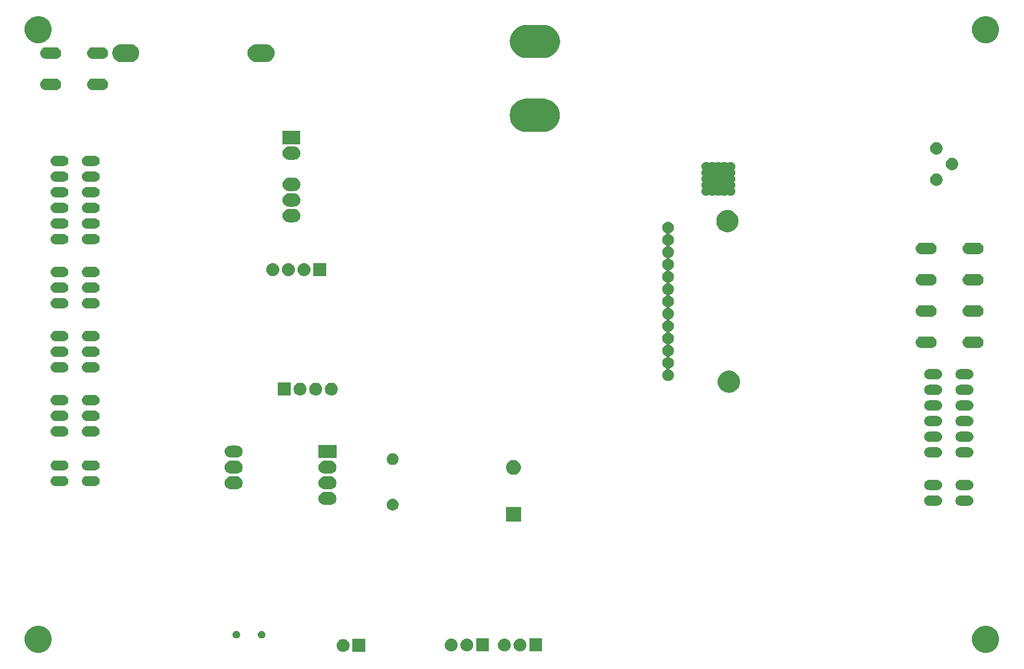
<source format=gbs>
G04 #@! TF.GenerationSoftware,KiCad,Pcbnew,(5.1.2)-2*
G04 #@! TF.CreationDate,2020-01-17T13:49:55+07:00*
G04 #@! TF.ProjectId,ph_door_fume_hood_controller_hw,70685f64-6f6f-4725-9f66-756d655f686f,VinhTho*
G04 #@! TF.SameCoordinates,Original*
G04 #@! TF.FileFunction,Soldermask,Bot*
G04 #@! TF.FilePolarity,Negative*
%FSLAX46Y46*%
G04 Gerber Fmt 4.6, Leading zero omitted, Abs format (unit mm)*
G04 Created by KiCad (PCBNEW (5.1.2)-2) date 2020-01-17 13:49:55*
%MOMM*%
%LPD*%
G04 APERTURE LIST*
%ADD10C,0.100000*%
G04 APERTURE END LIST*
D10*
G36*
X218573715Y-134790544D02*
G01*
X218974089Y-134956384D01*
X218974091Y-134956385D01*
X219334418Y-135197148D01*
X219640852Y-135503582D01*
X219841645Y-135804089D01*
X219881616Y-135863911D01*
X220047456Y-136264285D01*
X220132000Y-136689318D01*
X220132000Y-137122682D01*
X220047456Y-137547715D01*
X219892422Y-137922000D01*
X219881615Y-137948091D01*
X219640852Y-138308418D01*
X219334418Y-138614852D01*
X218974091Y-138855615D01*
X218974090Y-138855616D01*
X218974089Y-138855616D01*
X218573715Y-139021456D01*
X218148682Y-139106000D01*
X217715318Y-139106000D01*
X217290285Y-139021456D01*
X216889911Y-138855616D01*
X216889910Y-138855616D01*
X216889909Y-138855615D01*
X216529582Y-138614852D01*
X216223148Y-138308418D01*
X215982385Y-137948091D01*
X215971578Y-137922000D01*
X215816544Y-137547715D01*
X215732000Y-137122682D01*
X215732000Y-136689318D01*
X215816544Y-136264285D01*
X215982384Y-135863911D01*
X216022356Y-135804089D01*
X216223148Y-135503582D01*
X216529582Y-135197148D01*
X216889909Y-134956385D01*
X216889911Y-134956384D01*
X217290285Y-134790544D01*
X217715318Y-134706000D01*
X218148682Y-134706000D01*
X218573715Y-134790544D01*
X218573715Y-134790544D01*
G37*
G36*
X64649715Y-134790544D02*
G01*
X65050089Y-134956384D01*
X65050091Y-134956385D01*
X65410418Y-135197148D01*
X65716852Y-135503582D01*
X65917645Y-135804089D01*
X65957616Y-135863911D01*
X66123456Y-136264285D01*
X66208000Y-136689318D01*
X66208000Y-137122682D01*
X66123456Y-137547715D01*
X65968422Y-137922000D01*
X65957615Y-137948091D01*
X65716852Y-138308418D01*
X65410418Y-138614852D01*
X65050091Y-138855615D01*
X65050090Y-138855616D01*
X65050089Y-138855616D01*
X64649715Y-139021456D01*
X64224682Y-139106000D01*
X63791318Y-139106000D01*
X63366285Y-139021456D01*
X62965911Y-138855616D01*
X62965910Y-138855616D01*
X62965909Y-138855615D01*
X62605582Y-138614852D01*
X62299148Y-138308418D01*
X62058385Y-137948091D01*
X62047578Y-137922000D01*
X61892544Y-137547715D01*
X61808000Y-137122682D01*
X61808000Y-136689318D01*
X61892544Y-136264285D01*
X62058384Y-135863911D01*
X62098356Y-135804089D01*
X62299148Y-135503582D01*
X62605582Y-135197148D01*
X62965909Y-134956385D01*
X62965911Y-134956384D01*
X63366285Y-134790544D01*
X63791318Y-134706000D01*
X64224682Y-134706000D01*
X64649715Y-134790544D01*
X64649715Y-134790544D01*
G37*
G36*
X117128000Y-138972000D02*
G01*
X115028000Y-138972000D01*
X115028000Y-136872000D01*
X117128000Y-136872000D01*
X117128000Y-138972000D01*
X117128000Y-138972000D01*
G37*
G36*
X113666707Y-136879597D02*
G01*
X113743836Y-136887193D01*
X113941762Y-136947233D01*
X113941765Y-136947234D01*
X114124170Y-137044732D01*
X114284055Y-137175945D01*
X114415268Y-137335830D01*
X114512766Y-137518235D01*
X114512767Y-137518238D01*
X114572807Y-137716164D01*
X114593080Y-137922000D01*
X114572807Y-138127836D01*
X114537338Y-138244762D01*
X114512766Y-138325765D01*
X114415268Y-138508170D01*
X114284055Y-138668055D01*
X114124170Y-138799268D01*
X113941765Y-138896766D01*
X113941762Y-138896767D01*
X113743836Y-138956807D01*
X113666707Y-138964404D01*
X113589580Y-138972000D01*
X113486420Y-138972000D01*
X113409293Y-138964404D01*
X113332164Y-138956807D01*
X113134238Y-138896767D01*
X113134235Y-138896766D01*
X112951830Y-138799268D01*
X112791945Y-138668055D01*
X112660732Y-138508170D01*
X112563234Y-138325765D01*
X112538662Y-138244762D01*
X112503193Y-138127836D01*
X112482920Y-137922000D01*
X112503193Y-137716164D01*
X112563233Y-137518238D01*
X112563234Y-137518235D01*
X112660732Y-137335830D01*
X112791945Y-137175945D01*
X112951830Y-137044732D01*
X113134235Y-136947234D01*
X113134238Y-136947233D01*
X113332164Y-136887193D01*
X113409293Y-136879597D01*
X113486420Y-136872000D01*
X113589580Y-136872000D01*
X113666707Y-136879597D01*
X113666707Y-136879597D01*
G37*
G36*
X142417707Y-136798596D02*
G01*
X142494836Y-136806193D01*
X142692762Y-136866233D01*
X142692765Y-136866234D01*
X142875170Y-136963732D01*
X143035055Y-137094945D01*
X143166268Y-137254830D01*
X143263766Y-137437235D01*
X143263767Y-137437238D01*
X143323807Y-137635164D01*
X143344080Y-137841000D01*
X143323807Y-138046836D01*
X143299236Y-138127836D01*
X143263766Y-138244765D01*
X143166268Y-138427170D01*
X143035055Y-138587055D01*
X142875170Y-138718268D01*
X142692765Y-138815766D01*
X142692762Y-138815767D01*
X142494836Y-138875807D01*
X142417707Y-138883404D01*
X142340580Y-138891000D01*
X142237420Y-138891000D01*
X142160293Y-138883404D01*
X142083164Y-138875807D01*
X141885238Y-138815767D01*
X141885235Y-138815766D01*
X141702830Y-138718268D01*
X141542945Y-138587055D01*
X141411732Y-138427170D01*
X141314234Y-138244765D01*
X141278764Y-138127836D01*
X141254193Y-138046836D01*
X141233920Y-137841000D01*
X141254193Y-137635164D01*
X141314233Y-137437238D01*
X141314234Y-137437235D01*
X141411732Y-137254830D01*
X141542945Y-137094945D01*
X141702830Y-136963732D01*
X141885235Y-136866234D01*
X141885238Y-136866233D01*
X142083164Y-136806193D01*
X142160293Y-136798596D01*
X142237420Y-136791000D01*
X142340580Y-136791000D01*
X142417707Y-136798596D01*
X142417707Y-136798596D01*
G37*
G36*
X139877707Y-136798596D02*
G01*
X139954836Y-136806193D01*
X140152762Y-136866233D01*
X140152765Y-136866234D01*
X140335170Y-136963732D01*
X140495055Y-137094945D01*
X140626268Y-137254830D01*
X140723766Y-137437235D01*
X140723767Y-137437238D01*
X140783807Y-137635164D01*
X140804080Y-137841000D01*
X140783807Y-138046836D01*
X140759236Y-138127836D01*
X140723766Y-138244765D01*
X140626268Y-138427170D01*
X140495055Y-138587055D01*
X140335170Y-138718268D01*
X140152765Y-138815766D01*
X140152762Y-138815767D01*
X139954836Y-138875807D01*
X139877707Y-138883404D01*
X139800580Y-138891000D01*
X139697420Y-138891000D01*
X139620293Y-138883404D01*
X139543164Y-138875807D01*
X139345238Y-138815767D01*
X139345235Y-138815766D01*
X139162830Y-138718268D01*
X139002945Y-138587055D01*
X138871732Y-138427170D01*
X138774234Y-138244765D01*
X138738764Y-138127836D01*
X138714193Y-138046836D01*
X138693920Y-137841000D01*
X138714193Y-137635164D01*
X138774233Y-137437238D01*
X138774234Y-137437235D01*
X138871732Y-137254830D01*
X139002945Y-137094945D01*
X139162830Y-136963732D01*
X139345235Y-136866234D01*
X139345238Y-136866233D01*
X139543164Y-136806193D01*
X139620293Y-136798596D01*
X139697420Y-136791000D01*
X139800580Y-136791000D01*
X139877707Y-136798596D01*
X139877707Y-136798596D01*
G37*
G36*
X137243000Y-138891000D02*
G01*
X135143000Y-138891000D01*
X135143000Y-136791000D01*
X137243000Y-136791000D01*
X137243000Y-138891000D01*
X137243000Y-138891000D01*
G37*
G36*
X133781707Y-136798596D02*
G01*
X133858836Y-136806193D01*
X134056762Y-136866233D01*
X134056765Y-136866234D01*
X134239170Y-136963732D01*
X134399055Y-137094945D01*
X134530268Y-137254830D01*
X134627766Y-137437235D01*
X134627767Y-137437238D01*
X134687807Y-137635164D01*
X134708080Y-137841000D01*
X134687807Y-138046836D01*
X134663236Y-138127836D01*
X134627766Y-138244765D01*
X134530268Y-138427170D01*
X134399055Y-138587055D01*
X134239170Y-138718268D01*
X134056765Y-138815766D01*
X134056762Y-138815767D01*
X133858836Y-138875807D01*
X133781707Y-138883404D01*
X133704580Y-138891000D01*
X133601420Y-138891000D01*
X133524293Y-138883404D01*
X133447164Y-138875807D01*
X133249238Y-138815767D01*
X133249235Y-138815766D01*
X133066830Y-138718268D01*
X132906945Y-138587055D01*
X132775732Y-138427170D01*
X132678234Y-138244765D01*
X132642764Y-138127836D01*
X132618193Y-138046836D01*
X132597920Y-137841000D01*
X132618193Y-137635164D01*
X132678233Y-137437238D01*
X132678234Y-137437235D01*
X132775732Y-137254830D01*
X132906945Y-137094945D01*
X133066830Y-136963732D01*
X133249235Y-136866234D01*
X133249238Y-136866233D01*
X133447164Y-136806193D01*
X133524293Y-136798596D01*
X133601420Y-136791000D01*
X133704580Y-136791000D01*
X133781707Y-136798596D01*
X133781707Y-136798596D01*
G37*
G36*
X131241707Y-136798596D02*
G01*
X131318836Y-136806193D01*
X131516762Y-136866233D01*
X131516765Y-136866234D01*
X131699170Y-136963732D01*
X131859055Y-137094945D01*
X131990268Y-137254830D01*
X132087766Y-137437235D01*
X132087767Y-137437238D01*
X132147807Y-137635164D01*
X132168080Y-137841000D01*
X132147807Y-138046836D01*
X132123236Y-138127836D01*
X132087766Y-138244765D01*
X131990268Y-138427170D01*
X131859055Y-138587055D01*
X131699170Y-138718268D01*
X131516765Y-138815766D01*
X131516762Y-138815767D01*
X131318836Y-138875807D01*
X131241707Y-138883404D01*
X131164580Y-138891000D01*
X131061420Y-138891000D01*
X130984293Y-138883404D01*
X130907164Y-138875807D01*
X130709238Y-138815767D01*
X130709235Y-138815766D01*
X130526830Y-138718268D01*
X130366945Y-138587055D01*
X130235732Y-138427170D01*
X130138234Y-138244765D01*
X130102764Y-138127836D01*
X130078193Y-138046836D01*
X130057920Y-137841000D01*
X130078193Y-137635164D01*
X130138233Y-137437238D01*
X130138234Y-137437235D01*
X130235732Y-137254830D01*
X130366945Y-137094945D01*
X130526830Y-136963732D01*
X130709235Y-136866234D01*
X130709238Y-136866233D01*
X130907164Y-136806193D01*
X130984293Y-136798596D01*
X131061420Y-136791000D01*
X131164580Y-136791000D01*
X131241707Y-136798596D01*
X131241707Y-136798596D01*
G37*
G36*
X145879000Y-138891000D02*
G01*
X143779000Y-138891000D01*
X143779000Y-136791000D01*
X145879000Y-136791000D01*
X145879000Y-138891000D01*
X145879000Y-138891000D01*
G37*
G36*
X100410521Y-135537043D02*
G01*
X100528334Y-135572781D01*
X100636911Y-135630817D01*
X100732080Y-135708920D01*
X100810183Y-135804089D01*
X100868219Y-135912666D01*
X100903957Y-136030479D01*
X100916024Y-136153000D01*
X100903957Y-136275521D01*
X100868219Y-136393334D01*
X100810183Y-136501911D01*
X100732080Y-136597080D01*
X100636911Y-136675183D01*
X100528334Y-136733219D01*
X100410521Y-136768957D01*
X100318704Y-136778000D01*
X100257296Y-136778000D01*
X100165479Y-136768957D01*
X100047666Y-136733219D01*
X99939089Y-136675183D01*
X99843920Y-136597080D01*
X99765817Y-136501911D01*
X99707781Y-136393334D01*
X99672043Y-136275521D01*
X99659976Y-136153000D01*
X99672043Y-136030479D01*
X99707781Y-135912666D01*
X99765817Y-135804089D01*
X99843920Y-135708920D01*
X99939089Y-135630817D01*
X100047666Y-135572781D01*
X100165479Y-135537043D01*
X100257296Y-135528000D01*
X100318704Y-135528000D01*
X100410521Y-135537043D01*
X100410521Y-135537043D01*
G37*
G36*
X96310521Y-135537043D02*
G01*
X96428334Y-135572781D01*
X96536911Y-135630817D01*
X96632080Y-135708920D01*
X96710183Y-135804089D01*
X96768219Y-135912666D01*
X96803957Y-136030479D01*
X96816024Y-136153000D01*
X96803957Y-136275521D01*
X96768219Y-136393334D01*
X96710183Y-136501911D01*
X96632080Y-136597080D01*
X96536911Y-136675183D01*
X96428334Y-136733219D01*
X96310521Y-136768957D01*
X96218704Y-136778000D01*
X96157296Y-136778000D01*
X96065479Y-136768957D01*
X95947666Y-136733219D01*
X95839089Y-136675183D01*
X95743920Y-136597080D01*
X95665817Y-136501911D01*
X95607781Y-136393334D01*
X95572043Y-136275521D01*
X95559976Y-136153000D01*
X95572043Y-136030479D01*
X95607781Y-135912666D01*
X95665817Y-135804089D01*
X95743920Y-135708920D01*
X95839089Y-135630817D01*
X95947666Y-135572781D01*
X96065479Y-135537043D01*
X96157296Y-135528000D01*
X96218704Y-135528000D01*
X96310521Y-135537043D01*
X96310521Y-135537043D01*
G37*
G36*
X142424000Y-117786000D02*
G01*
X140024000Y-117786000D01*
X140024000Y-115386000D01*
X142424000Y-115386000D01*
X142424000Y-117786000D01*
X142424000Y-117786000D01*
G37*
G36*
X121876604Y-114106968D02*
G01*
X121964142Y-114143228D01*
X122051678Y-114179486D01*
X122051679Y-114179487D01*
X122209237Y-114284763D01*
X122343237Y-114418763D01*
X122426511Y-114543392D01*
X122448514Y-114576322D01*
X122474422Y-114638870D01*
X122521032Y-114751396D01*
X122558000Y-114937250D01*
X122558000Y-115126750D01*
X122521032Y-115312604D01*
X122490630Y-115386000D01*
X122448514Y-115487678D01*
X122448513Y-115487679D01*
X122343237Y-115645237D01*
X122209237Y-115779237D01*
X122077879Y-115867007D01*
X122051678Y-115884514D01*
X121876604Y-115957032D01*
X121690750Y-115994000D01*
X121501250Y-115994000D01*
X121315396Y-115957032D01*
X121140322Y-115884514D01*
X121114121Y-115867007D01*
X120982763Y-115779237D01*
X120848763Y-115645237D01*
X120743487Y-115487679D01*
X120743486Y-115487678D01*
X120701370Y-115386000D01*
X120670968Y-115312604D01*
X120634000Y-115126750D01*
X120634000Y-114937250D01*
X120670968Y-114751396D01*
X120717578Y-114638870D01*
X120743486Y-114576322D01*
X120765489Y-114543392D01*
X120848763Y-114418763D01*
X120982763Y-114284763D01*
X121140321Y-114179487D01*
X121140322Y-114179486D01*
X121227858Y-114143228D01*
X121315396Y-114106968D01*
X121501250Y-114070000D01*
X121690750Y-114070000D01*
X121876604Y-114106968D01*
X121876604Y-114106968D01*
G37*
G36*
X210188726Y-113568603D02*
G01*
X210344244Y-113615779D01*
X210487562Y-113692384D01*
X210613186Y-113795480D01*
X210716282Y-113921104D01*
X210792887Y-114064422D01*
X210840063Y-114219940D01*
X210855991Y-114381666D01*
X210840063Y-114543392D01*
X210792887Y-114698910D01*
X210716282Y-114842228D01*
X210613186Y-114967852D01*
X210487562Y-115070948D01*
X210344244Y-115147553D01*
X210188726Y-115194729D01*
X210067525Y-115206666D01*
X208736475Y-115206666D01*
X208615274Y-115194729D01*
X208459756Y-115147553D01*
X208316438Y-115070948D01*
X208190814Y-114967852D01*
X208087718Y-114842228D01*
X208011113Y-114698910D01*
X207963937Y-114543392D01*
X207948009Y-114381666D01*
X207963937Y-114219940D01*
X208011113Y-114064422D01*
X208087718Y-113921104D01*
X208190814Y-113795480D01*
X208316438Y-113692384D01*
X208459756Y-113615779D01*
X208615274Y-113568603D01*
X208736475Y-113556666D01*
X210067525Y-113556666D01*
X210188726Y-113568603D01*
X210188726Y-113568603D01*
G37*
G36*
X215268726Y-113568603D02*
G01*
X215424244Y-113615779D01*
X215567562Y-113692384D01*
X215693186Y-113795480D01*
X215796282Y-113921104D01*
X215872887Y-114064422D01*
X215920063Y-114219940D01*
X215935991Y-114381666D01*
X215920063Y-114543392D01*
X215872887Y-114698910D01*
X215796282Y-114842228D01*
X215693186Y-114967852D01*
X215567562Y-115070948D01*
X215424244Y-115147553D01*
X215268726Y-115194729D01*
X215147525Y-115206666D01*
X213816475Y-115206666D01*
X213695274Y-115194729D01*
X213539756Y-115147553D01*
X213396438Y-115070948D01*
X213270814Y-114967852D01*
X213167718Y-114842228D01*
X213091113Y-114698910D01*
X213043937Y-114543392D01*
X213028009Y-114381666D01*
X213043937Y-114219940D01*
X213091113Y-114064422D01*
X213167718Y-113921104D01*
X213270814Y-113795480D01*
X213396438Y-113692384D01*
X213539756Y-113615779D01*
X213695274Y-113568603D01*
X213816475Y-113556666D01*
X215147525Y-113556666D01*
X215268726Y-113568603D01*
X215268726Y-113568603D01*
G37*
G36*
X111606186Y-112999366D02*
G01*
X111806379Y-113060094D01*
X111990870Y-113158706D01*
X112152581Y-113291419D01*
X112285294Y-113453130D01*
X112383906Y-113637621D01*
X112444634Y-113837814D01*
X112465138Y-114046000D01*
X112444634Y-114254186D01*
X112383906Y-114454379D01*
X112285294Y-114638870D01*
X112152581Y-114800581D01*
X111990870Y-114933294D01*
X111806379Y-115031906D01*
X111606186Y-115092634D01*
X111450170Y-115108000D01*
X110545830Y-115108000D01*
X110389814Y-115092634D01*
X110189621Y-115031906D01*
X110005130Y-114933294D01*
X109843419Y-114800581D01*
X109710706Y-114638870D01*
X109612094Y-114454379D01*
X109551366Y-114254186D01*
X109530862Y-114046000D01*
X109551366Y-113837814D01*
X109612094Y-113637621D01*
X109710706Y-113453130D01*
X109843419Y-113291419D01*
X110005130Y-113158706D01*
X110189621Y-113060094D01*
X110389814Y-112999366D01*
X110545830Y-112984000D01*
X111450170Y-112984000D01*
X111606186Y-112999366D01*
X111606186Y-112999366D01*
G37*
G36*
X215268726Y-111028603D02*
G01*
X215424244Y-111075779D01*
X215567562Y-111152384D01*
X215693186Y-111255480D01*
X215796282Y-111381104D01*
X215872887Y-111524422D01*
X215920063Y-111679940D01*
X215935991Y-111841666D01*
X215920063Y-112003392D01*
X215872887Y-112158910D01*
X215796282Y-112302228D01*
X215693186Y-112427852D01*
X215567562Y-112530948D01*
X215424244Y-112607553D01*
X215268726Y-112654729D01*
X215147525Y-112666666D01*
X213816475Y-112666666D01*
X213695274Y-112654729D01*
X213539756Y-112607553D01*
X213396438Y-112530948D01*
X213270814Y-112427852D01*
X213167718Y-112302228D01*
X213091113Y-112158910D01*
X213043937Y-112003392D01*
X213028009Y-111841666D01*
X213043937Y-111679940D01*
X213091113Y-111524422D01*
X213167718Y-111381104D01*
X213270814Y-111255480D01*
X213396438Y-111152384D01*
X213539756Y-111075779D01*
X213695274Y-111028603D01*
X213816475Y-111016666D01*
X215147525Y-111016666D01*
X215268726Y-111028603D01*
X215268726Y-111028603D01*
G37*
G36*
X210188726Y-111028603D02*
G01*
X210344244Y-111075779D01*
X210487562Y-111152384D01*
X210613186Y-111255480D01*
X210716282Y-111381104D01*
X210792887Y-111524422D01*
X210840063Y-111679940D01*
X210855991Y-111841666D01*
X210840063Y-112003392D01*
X210792887Y-112158910D01*
X210716282Y-112302228D01*
X210613186Y-112427852D01*
X210487562Y-112530948D01*
X210344244Y-112607553D01*
X210188726Y-112654729D01*
X210067525Y-112666666D01*
X208736475Y-112666666D01*
X208615274Y-112654729D01*
X208459756Y-112607553D01*
X208316438Y-112530948D01*
X208190814Y-112427852D01*
X208087718Y-112302228D01*
X208011113Y-112158910D01*
X207963937Y-112003392D01*
X207948009Y-111841666D01*
X207963937Y-111679940D01*
X208011113Y-111524422D01*
X208087718Y-111381104D01*
X208190814Y-111255480D01*
X208316438Y-111152384D01*
X208459756Y-111075779D01*
X208615274Y-111028603D01*
X208736475Y-111016666D01*
X210067525Y-111016666D01*
X210188726Y-111028603D01*
X210188726Y-111028603D01*
G37*
G36*
X111606186Y-110459366D02*
G01*
X111806379Y-110520094D01*
X111990870Y-110618706D01*
X112152581Y-110751419D01*
X112285294Y-110913130D01*
X112383906Y-111097621D01*
X112444634Y-111297814D01*
X112465138Y-111506000D01*
X112444634Y-111714186D01*
X112383906Y-111914379D01*
X112285294Y-112098870D01*
X112152581Y-112260581D01*
X111990870Y-112393294D01*
X111806379Y-112491906D01*
X111606186Y-112552634D01*
X111450170Y-112568000D01*
X110545830Y-112568000D01*
X110389814Y-112552634D01*
X110189621Y-112491906D01*
X110005130Y-112393294D01*
X109843419Y-112260581D01*
X109710706Y-112098870D01*
X109612094Y-111914379D01*
X109551366Y-111714186D01*
X109530862Y-111506000D01*
X109551366Y-111297814D01*
X109612094Y-111097621D01*
X109710706Y-110913130D01*
X109843419Y-110751419D01*
X110005130Y-110618706D01*
X110189621Y-110520094D01*
X110389814Y-110459366D01*
X110545830Y-110444000D01*
X111450170Y-110444000D01*
X111606186Y-110459366D01*
X111606186Y-110459366D01*
G37*
G36*
X96366186Y-110459366D02*
G01*
X96566379Y-110520094D01*
X96750870Y-110618706D01*
X96912581Y-110751419D01*
X97045294Y-110913130D01*
X97143906Y-111097621D01*
X97204634Y-111297814D01*
X97225138Y-111506000D01*
X97204634Y-111714186D01*
X97143906Y-111914379D01*
X97045294Y-112098870D01*
X96912581Y-112260581D01*
X96750870Y-112393294D01*
X96566379Y-112491906D01*
X96366186Y-112552634D01*
X96210170Y-112568000D01*
X95305830Y-112568000D01*
X95149814Y-112552634D01*
X94949621Y-112491906D01*
X94765130Y-112393294D01*
X94603419Y-112260581D01*
X94470706Y-112098870D01*
X94372094Y-111914379D01*
X94311366Y-111714186D01*
X94290862Y-111506000D01*
X94311366Y-111297814D01*
X94372094Y-111097621D01*
X94470706Y-110913130D01*
X94603419Y-110751419D01*
X94765130Y-110618706D01*
X94949621Y-110520094D01*
X95149814Y-110459366D01*
X95305830Y-110444000D01*
X96210170Y-110444000D01*
X96366186Y-110459366D01*
X96366186Y-110459366D01*
G37*
G36*
X73326726Y-110391937D02*
G01*
X73482244Y-110439113D01*
X73625562Y-110515718D01*
X73751186Y-110618814D01*
X73854282Y-110744438D01*
X73930887Y-110887756D01*
X73978063Y-111043274D01*
X73993991Y-111205000D01*
X73978063Y-111366726D01*
X73930887Y-111522244D01*
X73854282Y-111665562D01*
X73751186Y-111791186D01*
X73625562Y-111894282D01*
X73482244Y-111970887D01*
X73326726Y-112018063D01*
X73205525Y-112030000D01*
X71874475Y-112030000D01*
X71753274Y-112018063D01*
X71597756Y-111970887D01*
X71454438Y-111894282D01*
X71328814Y-111791186D01*
X71225718Y-111665562D01*
X71149113Y-111522244D01*
X71101937Y-111366726D01*
X71086009Y-111205000D01*
X71101937Y-111043274D01*
X71149113Y-110887756D01*
X71225718Y-110744438D01*
X71328814Y-110618814D01*
X71454438Y-110515718D01*
X71597756Y-110439113D01*
X71753274Y-110391937D01*
X71874475Y-110380000D01*
X73205525Y-110380000D01*
X73326726Y-110391937D01*
X73326726Y-110391937D01*
G37*
G36*
X68246726Y-110391937D02*
G01*
X68402244Y-110439113D01*
X68545562Y-110515718D01*
X68671186Y-110618814D01*
X68774282Y-110744438D01*
X68850887Y-110887756D01*
X68898063Y-111043274D01*
X68913991Y-111205000D01*
X68898063Y-111366726D01*
X68850887Y-111522244D01*
X68774282Y-111665562D01*
X68671186Y-111791186D01*
X68545562Y-111894282D01*
X68402244Y-111970887D01*
X68246726Y-112018063D01*
X68125525Y-112030000D01*
X66794475Y-112030000D01*
X66673274Y-112018063D01*
X66517756Y-111970887D01*
X66374438Y-111894282D01*
X66248814Y-111791186D01*
X66145718Y-111665562D01*
X66069113Y-111522244D01*
X66021937Y-111366726D01*
X66006009Y-111205000D01*
X66021937Y-111043274D01*
X66069113Y-110887756D01*
X66145718Y-110744438D01*
X66248814Y-110618814D01*
X66374438Y-110515718D01*
X66517756Y-110439113D01*
X66673274Y-110391937D01*
X66794475Y-110380000D01*
X68125525Y-110380000D01*
X68246726Y-110391937D01*
X68246726Y-110391937D01*
G37*
G36*
X141574026Y-107832115D02*
G01*
X141784671Y-107919367D01*
X141792413Y-107922574D01*
X141871950Y-107975719D01*
X141988955Y-108053899D01*
X142156101Y-108221045D01*
X142287427Y-108417589D01*
X142377885Y-108635974D01*
X142424000Y-108867809D01*
X142424000Y-109104191D01*
X142377885Y-109336026D01*
X142319051Y-109478063D01*
X142287426Y-109554413D01*
X142156101Y-109750955D01*
X141988955Y-109918101D01*
X141792413Y-110049426D01*
X141792412Y-110049427D01*
X141792411Y-110049427D01*
X141574026Y-110139885D01*
X141342191Y-110186000D01*
X141105809Y-110186000D01*
X140873974Y-110139885D01*
X140655589Y-110049427D01*
X140655588Y-110049427D01*
X140655587Y-110049426D01*
X140459045Y-109918101D01*
X140291899Y-109750955D01*
X140160574Y-109554413D01*
X140128949Y-109478063D01*
X140070115Y-109336026D01*
X140024000Y-109104191D01*
X140024000Y-108867809D01*
X140070115Y-108635974D01*
X140160573Y-108417589D01*
X140291899Y-108221045D01*
X140459045Y-108053899D01*
X140576050Y-107975719D01*
X140655587Y-107922574D01*
X140663329Y-107919367D01*
X140873974Y-107832115D01*
X141105809Y-107786000D01*
X141342191Y-107786000D01*
X141574026Y-107832115D01*
X141574026Y-107832115D01*
G37*
G36*
X111606186Y-107919366D02*
G01*
X111806379Y-107980094D01*
X111990870Y-108078706D01*
X112152581Y-108211419D01*
X112285294Y-108373130D01*
X112383906Y-108557621D01*
X112444634Y-108757814D01*
X112465138Y-108966000D01*
X112444634Y-109174186D01*
X112383906Y-109374379D01*
X112285294Y-109558870D01*
X112152581Y-109720581D01*
X111990870Y-109853294D01*
X111806379Y-109951906D01*
X111606186Y-110012634D01*
X111450170Y-110028000D01*
X110545830Y-110028000D01*
X110389814Y-110012634D01*
X110189621Y-109951906D01*
X110005130Y-109853294D01*
X109843419Y-109720581D01*
X109710706Y-109558870D01*
X109612094Y-109374379D01*
X109551366Y-109174186D01*
X109530862Y-108966000D01*
X109551366Y-108757814D01*
X109612094Y-108557621D01*
X109710706Y-108373130D01*
X109843419Y-108211419D01*
X110005130Y-108078706D01*
X110189621Y-107980094D01*
X110389814Y-107919366D01*
X110545830Y-107904000D01*
X111450170Y-107904000D01*
X111606186Y-107919366D01*
X111606186Y-107919366D01*
G37*
G36*
X96366186Y-107919366D02*
G01*
X96566379Y-107980094D01*
X96750870Y-108078706D01*
X96912581Y-108211419D01*
X97045294Y-108373130D01*
X97143906Y-108557621D01*
X97204634Y-108757814D01*
X97225138Y-108966000D01*
X97204634Y-109174186D01*
X97143906Y-109374379D01*
X97045294Y-109558870D01*
X96912581Y-109720581D01*
X96750870Y-109853294D01*
X96566379Y-109951906D01*
X96366186Y-110012634D01*
X96210170Y-110028000D01*
X95305830Y-110028000D01*
X95149814Y-110012634D01*
X94949621Y-109951906D01*
X94765130Y-109853294D01*
X94603419Y-109720581D01*
X94470706Y-109558870D01*
X94372094Y-109374379D01*
X94311366Y-109174186D01*
X94290862Y-108966000D01*
X94311366Y-108757814D01*
X94372094Y-108557621D01*
X94470706Y-108373130D01*
X94603419Y-108211419D01*
X94765130Y-108078706D01*
X94949621Y-107980094D01*
X95149814Y-107919366D01*
X95305830Y-107904000D01*
X96210170Y-107904000D01*
X96366186Y-107919366D01*
X96366186Y-107919366D01*
G37*
G36*
X68246726Y-107851937D02*
G01*
X68402244Y-107899113D01*
X68545562Y-107975718D01*
X68671186Y-108078814D01*
X68774282Y-108204438D01*
X68850887Y-108347756D01*
X68898063Y-108503274D01*
X68913991Y-108665000D01*
X68898063Y-108826726D01*
X68850887Y-108982244D01*
X68774282Y-109125562D01*
X68671186Y-109251186D01*
X68545562Y-109354282D01*
X68402244Y-109430887D01*
X68246726Y-109478063D01*
X68125525Y-109490000D01*
X66794475Y-109490000D01*
X66673274Y-109478063D01*
X66517756Y-109430887D01*
X66374438Y-109354282D01*
X66248814Y-109251186D01*
X66145718Y-109125562D01*
X66069113Y-108982244D01*
X66021937Y-108826726D01*
X66006009Y-108665000D01*
X66021937Y-108503274D01*
X66069113Y-108347756D01*
X66145718Y-108204438D01*
X66248814Y-108078814D01*
X66374438Y-107975718D01*
X66517756Y-107899113D01*
X66673274Y-107851937D01*
X66794475Y-107840000D01*
X68125525Y-107840000D01*
X68246726Y-107851937D01*
X68246726Y-107851937D01*
G37*
G36*
X73326726Y-107851937D02*
G01*
X73482244Y-107899113D01*
X73625562Y-107975718D01*
X73751186Y-108078814D01*
X73854282Y-108204438D01*
X73930887Y-108347756D01*
X73978063Y-108503274D01*
X73993991Y-108665000D01*
X73978063Y-108826726D01*
X73930887Y-108982244D01*
X73854282Y-109125562D01*
X73751186Y-109251186D01*
X73625562Y-109354282D01*
X73482244Y-109430887D01*
X73326726Y-109478063D01*
X73205525Y-109490000D01*
X71874475Y-109490000D01*
X71753274Y-109478063D01*
X71597756Y-109430887D01*
X71454438Y-109354282D01*
X71328814Y-109251186D01*
X71225718Y-109125562D01*
X71149113Y-108982244D01*
X71101937Y-108826726D01*
X71086009Y-108665000D01*
X71101937Y-108503274D01*
X71149113Y-108347756D01*
X71225718Y-108204438D01*
X71328814Y-108078814D01*
X71454438Y-107975718D01*
X71597756Y-107899113D01*
X71753274Y-107851937D01*
X71874475Y-107840000D01*
X73205525Y-107840000D01*
X73326726Y-107851937D01*
X73326726Y-107851937D01*
G37*
G36*
X121876604Y-106706968D02*
G01*
X121964142Y-106743228D01*
X122051678Y-106779486D01*
X122051679Y-106779487D01*
X122209237Y-106884763D01*
X122343237Y-107018763D01*
X122416572Y-107128518D01*
X122448514Y-107176322D01*
X122471417Y-107231615D01*
X122521032Y-107351396D01*
X122558000Y-107537250D01*
X122558000Y-107726750D01*
X122521032Y-107912604D01*
X122448514Y-108087678D01*
X122448513Y-108087679D01*
X122343237Y-108245237D01*
X122209237Y-108379237D01*
X122077879Y-108467007D01*
X122051678Y-108484514D01*
X121964142Y-108520772D01*
X121876604Y-108557032D01*
X121690750Y-108594000D01*
X121501250Y-108594000D01*
X121315396Y-108557032D01*
X121227858Y-108520772D01*
X121140322Y-108484514D01*
X121114121Y-108467007D01*
X120982763Y-108379237D01*
X120848763Y-108245237D01*
X120743487Y-108087679D01*
X120743486Y-108087678D01*
X120707228Y-108000142D01*
X120670968Y-107912604D01*
X120634000Y-107726750D01*
X120634000Y-107537250D01*
X120670968Y-107351396D01*
X120720583Y-107231615D01*
X120743486Y-107176322D01*
X120775428Y-107128518D01*
X120848763Y-107018763D01*
X120982763Y-106884763D01*
X121140321Y-106779487D01*
X121140322Y-106779486D01*
X121227858Y-106743228D01*
X121315396Y-106706968D01*
X121501250Y-106670000D01*
X121690750Y-106670000D01*
X121876604Y-106706968D01*
X121876604Y-106706968D01*
G37*
G36*
X112460000Y-107488000D02*
G01*
X109536000Y-107488000D01*
X109536000Y-105364000D01*
X112460000Y-105364000D01*
X112460000Y-107488000D01*
X112460000Y-107488000D01*
G37*
G36*
X96446583Y-105477919D02*
G01*
X96627925Y-105532929D01*
X96795043Y-105622256D01*
X96941528Y-105742472D01*
X97061744Y-105888957D01*
X97151071Y-106056075D01*
X97206081Y-106237417D01*
X97224654Y-106426000D01*
X97206081Y-106614583D01*
X97178938Y-106704061D01*
X97156058Y-106779487D01*
X97151071Y-106795925D01*
X97061744Y-106963043D01*
X96941528Y-107109528D01*
X96795043Y-107229744D01*
X96627925Y-107319071D01*
X96446583Y-107374081D01*
X96305257Y-107388000D01*
X95210743Y-107388000D01*
X95069417Y-107374081D01*
X94888075Y-107319071D01*
X94720957Y-107229744D01*
X94574472Y-107109528D01*
X94454256Y-106963043D01*
X94364929Y-106795925D01*
X94359943Y-106779487D01*
X94337062Y-106704061D01*
X94309919Y-106614583D01*
X94291346Y-106426000D01*
X94309919Y-106237417D01*
X94364929Y-106056075D01*
X94454256Y-105888957D01*
X94574472Y-105742472D01*
X94720957Y-105622256D01*
X94888075Y-105532929D01*
X95069417Y-105477919D01*
X95210743Y-105464000D01*
X96305257Y-105464000D01*
X96446583Y-105477919D01*
X96446583Y-105477919D01*
G37*
G36*
X215266726Y-105729270D02*
G01*
X215422244Y-105776446D01*
X215565562Y-105853051D01*
X215691186Y-105956147D01*
X215794282Y-106081771D01*
X215870887Y-106225089D01*
X215918063Y-106380607D01*
X215933991Y-106542333D01*
X215918063Y-106704059D01*
X215870887Y-106859577D01*
X215794282Y-107002895D01*
X215691186Y-107128519D01*
X215565562Y-107231615D01*
X215422244Y-107308220D01*
X215266726Y-107355396D01*
X215145525Y-107367333D01*
X213814475Y-107367333D01*
X213693274Y-107355396D01*
X213537756Y-107308220D01*
X213394438Y-107231615D01*
X213268814Y-107128519D01*
X213165718Y-107002895D01*
X213089113Y-106859577D01*
X213041937Y-106704059D01*
X213026009Y-106542333D01*
X213041937Y-106380607D01*
X213089113Y-106225089D01*
X213165718Y-106081771D01*
X213268814Y-105956147D01*
X213394438Y-105853051D01*
X213537756Y-105776446D01*
X213693274Y-105729270D01*
X213814475Y-105717333D01*
X215145525Y-105717333D01*
X215266726Y-105729270D01*
X215266726Y-105729270D01*
G37*
G36*
X210186726Y-105729270D02*
G01*
X210342244Y-105776446D01*
X210485562Y-105853051D01*
X210611186Y-105956147D01*
X210714282Y-106081771D01*
X210790887Y-106225089D01*
X210838063Y-106380607D01*
X210853991Y-106542333D01*
X210838063Y-106704059D01*
X210790887Y-106859577D01*
X210714282Y-107002895D01*
X210611186Y-107128519D01*
X210485562Y-107231615D01*
X210342244Y-107308220D01*
X210186726Y-107355396D01*
X210065525Y-107367333D01*
X208734475Y-107367333D01*
X208613274Y-107355396D01*
X208457756Y-107308220D01*
X208314438Y-107231615D01*
X208188814Y-107128519D01*
X208085718Y-107002895D01*
X208009113Y-106859577D01*
X207961937Y-106704059D01*
X207946009Y-106542333D01*
X207961937Y-106380607D01*
X208009113Y-106225089D01*
X208085718Y-106081771D01*
X208188814Y-105956147D01*
X208314438Y-105853051D01*
X208457756Y-105776446D01*
X208613274Y-105729270D01*
X208734475Y-105717333D01*
X210065525Y-105717333D01*
X210186726Y-105729270D01*
X210186726Y-105729270D01*
G37*
G36*
X215266726Y-103189270D02*
G01*
X215422244Y-103236446D01*
X215565562Y-103313051D01*
X215691186Y-103416147D01*
X215794282Y-103541771D01*
X215870887Y-103685089D01*
X215918063Y-103840607D01*
X215933991Y-104002333D01*
X215918063Y-104164059D01*
X215870887Y-104319577D01*
X215794282Y-104462895D01*
X215691186Y-104588519D01*
X215565562Y-104691615D01*
X215422244Y-104768220D01*
X215266726Y-104815396D01*
X215145525Y-104827333D01*
X213814475Y-104827333D01*
X213693274Y-104815396D01*
X213537756Y-104768220D01*
X213394438Y-104691615D01*
X213268814Y-104588519D01*
X213165718Y-104462895D01*
X213089113Y-104319577D01*
X213041937Y-104164059D01*
X213026009Y-104002333D01*
X213041937Y-103840607D01*
X213089113Y-103685089D01*
X213165718Y-103541771D01*
X213268814Y-103416147D01*
X213394438Y-103313051D01*
X213537756Y-103236446D01*
X213693274Y-103189270D01*
X213814475Y-103177333D01*
X215145525Y-103177333D01*
X215266726Y-103189270D01*
X215266726Y-103189270D01*
G37*
G36*
X210186726Y-103189270D02*
G01*
X210342244Y-103236446D01*
X210485562Y-103313051D01*
X210611186Y-103416147D01*
X210714282Y-103541771D01*
X210790887Y-103685089D01*
X210838063Y-103840607D01*
X210853991Y-104002333D01*
X210838063Y-104164059D01*
X210790887Y-104319577D01*
X210714282Y-104462895D01*
X210611186Y-104588519D01*
X210485562Y-104691615D01*
X210342244Y-104768220D01*
X210186726Y-104815396D01*
X210065525Y-104827333D01*
X208734475Y-104827333D01*
X208613274Y-104815396D01*
X208457756Y-104768220D01*
X208314438Y-104691615D01*
X208188814Y-104588519D01*
X208085718Y-104462895D01*
X208009113Y-104319577D01*
X207961937Y-104164059D01*
X207946009Y-104002333D01*
X207961937Y-103840607D01*
X208009113Y-103685089D01*
X208085718Y-103541771D01*
X208188814Y-103416147D01*
X208314438Y-103313051D01*
X208457756Y-103236446D01*
X208613274Y-103189270D01*
X208734475Y-103177333D01*
X210065525Y-103177333D01*
X210186726Y-103189270D01*
X210186726Y-103189270D01*
G37*
G36*
X68246726Y-102328437D02*
G01*
X68402244Y-102375613D01*
X68545562Y-102452218D01*
X68671186Y-102555314D01*
X68774282Y-102680938D01*
X68850887Y-102824256D01*
X68898063Y-102979774D01*
X68913991Y-103141500D01*
X68898063Y-103303226D01*
X68850887Y-103458744D01*
X68774282Y-103602062D01*
X68671186Y-103727686D01*
X68545562Y-103830782D01*
X68402244Y-103907387D01*
X68246726Y-103954563D01*
X68125525Y-103966500D01*
X66794475Y-103966500D01*
X66673274Y-103954563D01*
X66517756Y-103907387D01*
X66374438Y-103830782D01*
X66248814Y-103727686D01*
X66145718Y-103602062D01*
X66069113Y-103458744D01*
X66021937Y-103303226D01*
X66006009Y-103141500D01*
X66021937Y-102979774D01*
X66069113Y-102824256D01*
X66145718Y-102680938D01*
X66248814Y-102555314D01*
X66374438Y-102452218D01*
X66517756Y-102375613D01*
X66673274Y-102328437D01*
X66794475Y-102316500D01*
X68125525Y-102316500D01*
X68246726Y-102328437D01*
X68246726Y-102328437D01*
G37*
G36*
X73326726Y-102328437D02*
G01*
X73482244Y-102375613D01*
X73625562Y-102452218D01*
X73751186Y-102555314D01*
X73854282Y-102680938D01*
X73930887Y-102824256D01*
X73978063Y-102979774D01*
X73993991Y-103141500D01*
X73978063Y-103303226D01*
X73930887Y-103458744D01*
X73854282Y-103602062D01*
X73751186Y-103727686D01*
X73625562Y-103830782D01*
X73482244Y-103907387D01*
X73326726Y-103954563D01*
X73205525Y-103966500D01*
X71874475Y-103966500D01*
X71753274Y-103954563D01*
X71597756Y-103907387D01*
X71454438Y-103830782D01*
X71328814Y-103727686D01*
X71225718Y-103602062D01*
X71149113Y-103458744D01*
X71101937Y-103303226D01*
X71086009Y-103141500D01*
X71101937Y-102979774D01*
X71149113Y-102824256D01*
X71225718Y-102680938D01*
X71328814Y-102555314D01*
X71454438Y-102452218D01*
X71597756Y-102375613D01*
X71753274Y-102328437D01*
X71874475Y-102316500D01*
X73205525Y-102316500D01*
X73326726Y-102328437D01*
X73326726Y-102328437D01*
G37*
G36*
X215266726Y-100649270D02*
G01*
X215422244Y-100696446D01*
X215565562Y-100773051D01*
X215691186Y-100876147D01*
X215794282Y-101001771D01*
X215870887Y-101145089D01*
X215918063Y-101300607D01*
X215933991Y-101462333D01*
X215918063Y-101624059D01*
X215870887Y-101779577D01*
X215794282Y-101922895D01*
X215691186Y-102048519D01*
X215565562Y-102151615D01*
X215422244Y-102228220D01*
X215266726Y-102275396D01*
X215145525Y-102287333D01*
X213814475Y-102287333D01*
X213693274Y-102275396D01*
X213537756Y-102228220D01*
X213394438Y-102151615D01*
X213268814Y-102048519D01*
X213165718Y-101922895D01*
X213089113Y-101779577D01*
X213041937Y-101624059D01*
X213026009Y-101462333D01*
X213041937Y-101300607D01*
X213089113Y-101145089D01*
X213165718Y-101001771D01*
X213268814Y-100876147D01*
X213394438Y-100773051D01*
X213537756Y-100696446D01*
X213693274Y-100649270D01*
X213814475Y-100637333D01*
X215145525Y-100637333D01*
X215266726Y-100649270D01*
X215266726Y-100649270D01*
G37*
G36*
X210186726Y-100649270D02*
G01*
X210342244Y-100696446D01*
X210485562Y-100773051D01*
X210611186Y-100876147D01*
X210714282Y-101001771D01*
X210790887Y-101145089D01*
X210838063Y-101300607D01*
X210853991Y-101462333D01*
X210838063Y-101624059D01*
X210790887Y-101779577D01*
X210714282Y-101922895D01*
X210611186Y-102048519D01*
X210485562Y-102151615D01*
X210342244Y-102228220D01*
X210186726Y-102275396D01*
X210065525Y-102287333D01*
X208734475Y-102287333D01*
X208613274Y-102275396D01*
X208457756Y-102228220D01*
X208314438Y-102151615D01*
X208188814Y-102048519D01*
X208085718Y-101922895D01*
X208009113Y-101779577D01*
X207961937Y-101624059D01*
X207946009Y-101462333D01*
X207961937Y-101300607D01*
X208009113Y-101145089D01*
X208085718Y-101001771D01*
X208188814Y-100876147D01*
X208314438Y-100773051D01*
X208457756Y-100696446D01*
X208613274Y-100649270D01*
X208734475Y-100637333D01*
X210065525Y-100637333D01*
X210186726Y-100649270D01*
X210186726Y-100649270D01*
G37*
G36*
X73326726Y-99788437D02*
G01*
X73482244Y-99835613D01*
X73625562Y-99912218D01*
X73751186Y-100015314D01*
X73854282Y-100140938D01*
X73930887Y-100284256D01*
X73978063Y-100439774D01*
X73993991Y-100601500D01*
X73978063Y-100763226D01*
X73930887Y-100918744D01*
X73854282Y-101062062D01*
X73751186Y-101187686D01*
X73625562Y-101290782D01*
X73482244Y-101367387D01*
X73326726Y-101414563D01*
X73205525Y-101426500D01*
X71874475Y-101426500D01*
X71753274Y-101414563D01*
X71597756Y-101367387D01*
X71454438Y-101290782D01*
X71328814Y-101187686D01*
X71225718Y-101062062D01*
X71149113Y-100918744D01*
X71101937Y-100763226D01*
X71086009Y-100601500D01*
X71101937Y-100439774D01*
X71149113Y-100284256D01*
X71225718Y-100140938D01*
X71328814Y-100015314D01*
X71454438Y-99912218D01*
X71597756Y-99835613D01*
X71753274Y-99788437D01*
X71874475Y-99776500D01*
X73205525Y-99776500D01*
X73326726Y-99788437D01*
X73326726Y-99788437D01*
G37*
G36*
X68246726Y-99788437D02*
G01*
X68402244Y-99835613D01*
X68545562Y-99912218D01*
X68671186Y-100015314D01*
X68774282Y-100140938D01*
X68850887Y-100284256D01*
X68898063Y-100439774D01*
X68913991Y-100601500D01*
X68898063Y-100763226D01*
X68850887Y-100918744D01*
X68774282Y-101062062D01*
X68671186Y-101187686D01*
X68545562Y-101290782D01*
X68402244Y-101367387D01*
X68246726Y-101414563D01*
X68125525Y-101426500D01*
X66794475Y-101426500D01*
X66673274Y-101414563D01*
X66517756Y-101367387D01*
X66374438Y-101290782D01*
X66248814Y-101187686D01*
X66145718Y-101062062D01*
X66069113Y-100918744D01*
X66021937Y-100763226D01*
X66006009Y-100601500D01*
X66021937Y-100439774D01*
X66069113Y-100284256D01*
X66145718Y-100140938D01*
X66248814Y-100015314D01*
X66374438Y-99912218D01*
X66517756Y-99835613D01*
X66673274Y-99788437D01*
X66794475Y-99776500D01*
X68125525Y-99776500D01*
X68246726Y-99788437D01*
X68246726Y-99788437D01*
G37*
G36*
X215266726Y-98109270D02*
G01*
X215422244Y-98156446D01*
X215565562Y-98233051D01*
X215691186Y-98336147D01*
X215794282Y-98461771D01*
X215870887Y-98605089D01*
X215918063Y-98760607D01*
X215933991Y-98922333D01*
X215918063Y-99084059D01*
X215870887Y-99239577D01*
X215794282Y-99382895D01*
X215691186Y-99508519D01*
X215565562Y-99611615D01*
X215422244Y-99688220D01*
X215266726Y-99735396D01*
X215145525Y-99747333D01*
X213814475Y-99747333D01*
X213693274Y-99735396D01*
X213537756Y-99688220D01*
X213394438Y-99611615D01*
X213268814Y-99508519D01*
X213165718Y-99382895D01*
X213089113Y-99239577D01*
X213041937Y-99084059D01*
X213026009Y-98922333D01*
X213041937Y-98760607D01*
X213089113Y-98605089D01*
X213165718Y-98461771D01*
X213268814Y-98336147D01*
X213394438Y-98233051D01*
X213537756Y-98156446D01*
X213693274Y-98109270D01*
X213814475Y-98097333D01*
X215145525Y-98097333D01*
X215266726Y-98109270D01*
X215266726Y-98109270D01*
G37*
G36*
X210186726Y-98109270D02*
G01*
X210342244Y-98156446D01*
X210485562Y-98233051D01*
X210611186Y-98336147D01*
X210714282Y-98461771D01*
X210790887Y-98605089D01*
X210838063Y-98760607D01*
X210853991Y-98922333D01*
X210838063Y-99084059D01*
X210790887Y-99239577D01*
X210714282Y-99382895D01*
X210611186Y-99508519D01*
X210485562Y-99611615D01*
X210342244Y-99688220D01*
X210186726Y-99735396D01*
X210065525Y-99747333D01*
X208734475Y-99747333D01*
X208613274Y-99735396D01*
X208457756Y-99688220D01*
X208314438Y-99611615D01*
X208188814Y-99508519D01*
X208085718Y-99382895D01*
X208009113Y-99239577D01*
X207961937Y-99084059D01*
X207946009Y-98922333D01*
X207961937Y-98760607D01*
X208009113Y-98605089D01*
X208085718Y-98461771D01*
X208188814Y-98336147D01*
X208314438Y-98233051D01*
X208457756Y-98156446D01*
X208613274Y-98109270D01*
X208734475Y-98097333D01*
X210065525Y-98097333D01*
X210186726Y-98109270D01*
X210186726Y-98109270D01*
G37*
G36*
X68246726Y-97248437D02*
G01*
X68402244Y-97295613D01*
X68545562Y-97372218D01*
X68671186Y-97475314D01*
X68774282Y-97600938D01*
X68850887Y-97744256D01*
X68898063Y-97899774D01*
X68913991Y-98061500D01*
X68898063Y-98223226D01*
X68850887Y-98378744D01*
X68774282Y-98522062D01*
X68671186Y-98647686D01*
X68545562Y-98750782D01*
X68402244Y-98827387D01*
X68246726Y-98874563D01*
X68125525Y-98886500D01*
X66794475Y-98886500D01*
X66673274Y-98874563D01*
X66517756Y-98827387D01*
X66374438Y-98750782D01*
X66248814Y-98647686D01*
X66145718Y-98522062D01*
X66069113Y-98378744D01*
X66021937Y-98223226D01*
X66006009Y-98061500D01*
X66021937Y-97899774D01*
X66069113Y-97744256D01*
X66145718Y-97600938D01*
X66248814Y-97475314D01*
X66374438Y-97372218D01*
X66517756Y-97295613D01*
X66673274Y-97248437D01*
X66794475Y-97236500D01*
X68125525Y-97236500D01*
X68246726Y-97248437D01*
X68246726Y-97248437D01*
G37*
G36*
X73326726Y-97248437D02*
G01*
X73482244Y-97295613D01*
X73625562Y-97372218D01*
X73751186Y-97475314D01*
X73854282Y-97600938D01*
X73930887Y-97744256D01*
X73978063Y-97899774D01*
X73993991Y-98061500D01*
X73978063Y-98223226D01*
X73930887Y-98378744D01*
X73854282Y-98522062D01*
X73751186Y-98647686D01*
X73625562Y-98750782D01*
X73482244Y-98827387D01*
X73326726Y-98874563D01*
X73205525Y-98886500D01*
X71874475Y-98886500D01*
X71753274Y-98874563D01*
X71597756Y-98827387D01*
X71454438Y-98750782D01*
X71328814Y-98647686D01*
X71225718Y-98522062D01*
X71149113Y-98378744D01*
X71101937Y-98223226D01*
X71086009Y-98061500D01*
X71101937Y-97899774D01*
X71149113Y-97744256D01*
X71225718Y-97600938D01*
X71328814Y-97475314D01*
X71454438Y-97372218D01*
X71597756Y-97295613D01*
X71753274Y-97248437D01*
X71874475Y-97236500D01*
X73205525Y-97236500D01*
X73326726Y-97248437D01*
X73326726Y-97248437D01*
G37*
G36*
X109221707Y-95223596D02*
G01*
X109298836Y-95231193D01*
X109496762Y-95291233D01*
X109496765Y-95291234D01*
X109679170Y-95388732D01*
X109839055Y-95519945D01*
X109970268Y-95679830D01*
X110067766Y-95862235D01*
X110067767Y-95862238D01*
X110127807Y-96060164D01*
X110148080Y-96266000D01*
X110127807Y-96471836D01*
X110072809Y-96653140D01*
X110067766Y-96669765D01*
X109970268Y-96852170D01*
X109839055Y-97012055D01*
X109679170Y-97143268D01*
X109496765Y-97240766D01*
X109496762Y-97240767D01*
X109298836Y-97300807D01*
X109221707Y-97308403D01*
X109144580Y-97316000D01*
X109041420Y-97316000D01*
X108964293Y-97308403D01*
X108887164Y-97300807D01*
X108689238Y-97240767D01*
X108689235Y-97240766D01*
X108506830Y-97143268D01*
X108346945Y-97012055D01*
X108215732Y-96852170D01*
X108118234Y-96669765D01*
X108113191Y-96653140D01*
X108058193Y-96471836D01*
X108037920Y-96266000D01*
X108058193Y-96060164D01*
X108118233Y-95862238D01*
X108118234Y-95862235D01*
X108215732Y-95679830D01*
X108346945Y-95519945D01*
X108506830Y-95388732D01*
X108689235Y-95291234D01*
X108689238Y-95291233D01*
X108887164Y-95231193D01*
X108964293Y-95223596D01*
X109041420Y-95216000D01*
X109144580Y-95216000D01*
X109221707Y-95223596D01*
X109221707Y-95223596D01*
G37*
G36*
X111761707Y-95223596D02*
G01*
X111838836Y-95231193D01*
X112036762Y-95291233D01*
X112036765Y-95291234D01*
X112219170Y-95388732D01*
X112379055Y-95519945D01*
X112510268Y-95679830D01*
X112607766Y-95862235D01*
X112607767Y-95862238D01*
X112667807Y-96060164D01*
X112688080Y-96266000D01*
X112667807Y-96471836D01*
X112612809Y-96653140D01*
X112607766Y-96669765D01*
X112510268Y-96852170D01*
X112379055Y-97012055D01*
X112219170Y-97143268D01*
X112036765Y-97240766D01*
X112036762Y-97240767D01*
X111838836Y-97300807D01*
X111761707Y-97308403D01*
X111684580Y-97316000D01*
X111581420Y-97316000D01*
X111504293Y-97308403D01*
X111427164Y-97300807D01*
X111229238Y-97240767D01*
X111229235Y-97240766D01*
X111046830Y-97143268D01*
X110886945Y-97012055D01*
X110755732Y-96852170D01*
X110658234Y-96669765D01*
X110653191Y-96653140D01*
X110598193Y-96471836D01*
X110577920Y-96266000D01*
X110598193Y-96060164D01*
X110658233Y-95862238D01*
X110658234Y-95862235D01*
X110755732Y-95679830D01*
X110886945Y-95519945D01*
X111046830Y-95388732D01*
X111229235Y-95291234D01*
X111229238Y-95291233D01*
X111427164Y-95231193D01*
X111504293Y-95223596D01*
X111581420Y-95216000D01*
X111684580Y-95216000D01*
X111761707Y-95223596D01*
X111761707Y-95223596D01*
G37*
G36*
X105063000Y-97316000D02*
G01*
X102963000Y-97316000D01*
X102963000Y-95216000D01*
X105063000Y-95216000D01*
X105063000Y-97316000D01*
X105063000Y-97316000D01*
G37*
G36*
X106681707Y-95223596D02*
G01*
X106758836Y-95231193D01*
X106956762Y-95291233D01*
X106956765Y-95291234D01*
X107139170Y-95388732D01*
X107299055Y-95519945D01*
X107430268Y-95679830D01*
X107527766Y-95862235D01*
X107527767Y-95862238D01*
X107587807Y-96060164D01*
X107608080Y-96266000D01*
X107587807Y-96471836D01*
X107532809Y-96653140D01*
X107527766Y-96669765D01*
X107430268Y-96852170D01*
X107299055Y-97012055D01*
X107139170Y-97143268D01*
X106956765Y-97240766D01*
X106956762Y-97240767D01*
X106758836Y-97300807D01*
X106681707Y-97308403D01*
X106604580Y-97316000D01*
X106501420Y-97316000D01*
X106424293Y-97308403D01*
X106347164Y-97300807D01*
X106149238Y-97240767D01*
X106149235Y-97240766D01*
X105966830Y-97143268D01*
X105806945Y-97012055D01*
X105675732Y-96852170D01*
X105578234Y-96669765D01*
X105573191Y-96653140D01*
X105518193Y-96471836D01*
X105497920Y-96266000D01*
X105518193Y-96060164D01*
X105578233Y-95862238D01*
X105578234Y-95862235D01*
X105675732Y-95679830D01*
X105806945Y-95519945D01*
X105966830Y-95388732D01*
X106149235Y-95291234D01*
X106149238Y-95291233D01*
X106347164Y-95231193D01*
X106424293Y-95223596D01*
X106501420Y-95216000D01*
X106604580Y-95216000D01*
X106681707Y-95223596D01*
X106681707Y-95223596D01*
G37*
G36*
X215266726Y-95569270D02*
G01*
X215422244Y-95616446D01*
X215565562Y-95693051D01*
X215691186Y-95796147D01*
X215794282Y-95921771D01*
X215870887Y-96065089D01*
X215918063Y-96220607D01*
X215933991Y-96382333D01*
X215918063Y-96544059D01*
X215870887Y-96699577D01*
X215794282Y-96842895D01*
X215691186Y-96968519D01*
X215565562Y-97071615D01*
X215422244Y-97148220D01*
X215266726Y-97195396D01*
X215145525Y-97207333D01*
X213814475Y-97207333D01*
X213693274Y-97195396D01*
X213537756Y-97148220D01*
X213394438Y-97071615D01*
X213268814Y-96968519D01*
X213165718Y-96842895D01*
X213089113Y-96699577D01*
X213041937Y-96544059D01*
X213026009Y-96382333D01*
X213041937Y-96220607D01*
X213089113Y-96065089D01*
X213165718Y-95921771D01*
X213268814Y-95796147D01*
X213394438Y-95693051D01*
X213537756Y-95616446D01*
X213693274Y-95569270D01*
X213814475Y-95557333D01*
X215145525Y-95557333D01*
X215266726Y-95569270D01*
X215266726Y-95569270D01*
G37*
G36*
X210186726Y-95569270D02*
G01*
X210342244Y-95616446D01*
X210485562Y-95693051D01*
X210611186Y-95796147D01*
X210714282Y-95921771D01*
X210790887Y-96065089D01*
X210838063Y-96220607D01*
X210853991Y-96382333D01*
X210838063Y-96544059D01*
X210790887Y-96699577D01*
X210714282Y-96842895D01*
X210611186Y-96968519D01*
X210485562Y-97071615D01*
X210342244Y-97148220D01*
X210186726Y-97195396D01*
X210065525Y-97207333D01*
X208734475Y-97207333D01*
X208613274Y-97195396D01*
X208457756Y-97148220D01*
X208314438Y-97071615D01*
X208188814Y-96968519D01*
X208085718Y-96842895D01*
X208009113Y-96699577D01*
X207961937Y-96544059D01*
X207946009Y-96382333D01*
X207961937Y-96220607D01*
X208009113Y-96065089D01*
X208085718Y-95921771D01*
X208188814Y-95796147D01*
X208314438Y-95693051D01*
X208457756Y-95616446D01*
X208613274Y-95569270D01*
X208734475Y-95557333D01*
X210065525Y-95557333D01*
X210186726Y-95569270D01*
X210186726Y-95569270D01*
G37*
G36*
X176575163Y-93292587D02*
G01*
X176749041Y-93327173D01*
X177076620Y-93462861D01*
X177371433Y-93659849D01*
X177622151Y-93910567D01*
X177819139Y-94205380D01*
X177954827Y-94532959D01*
X178024000Y-94880716D01*
X178024000Y-95235284D01*
X177954827Y-95583041D01*
X177819139Y-95910620D01*
X177622151Y-96205433D01*
X177371433Y-96456151D01*
X177076620Y-96653139D01*
X177076619Y-96653140D01*
X177076618Y-96653140D01*
X177020415Y-96676420D01*
X176749041Y-96788827D01*
X176575162Y-96823414D01*
X176401286Y-96858000D01*
X176046714Y-96858000D01*
X175872837Y-96823413D01*
X175698959Y-96788827D01*
X175427585Y-96676420D01*
X175371382Y-96653140D01*
X175371381Y-96653140D01*
X175371380Y-96653139D01*
X175076567Y-96456151D01*
X174825849Y-96205433D01*
X174628861Y-95910620D01*
X174493173Y-95583041D01*
X174424000Y-95235284D01*
X174424000Y-94880716D01*
X174493173Y-94532959D01*
X174628861Y-94205380D01*
X174825849Y-93910567D01*
X175076567Y-93659849D01*
X175371380Y-93462861D01*
X175698959Y-93327173D01*
X175872838Y-93292586D01*
X176046714Y-93258000D01*
X176401286Y-93258000D01*
X176575163Y-93292587D01*
X176575163Y-93292587D01*
G37*
G36*
X166509336Y-69076254D02*
G01*
X166601105Y-69094508D01*
X166773994Y-69166121D01*
X166929590Y-69270087D01*
X167061913Y-69402410D01*
X167165879Y-69558006D01*
X167237492Y-69730895D01*
X167274000Y-69914433D01*
X167274000Y-70101567D01*
X167237492Y-70285105D01*
X167165879Y-70457994D01*
X167061913Y-70613590D01*
X166929590Y-70745913D01*
X166773994Y-70849879D01*
X166671054Y-70892518D01*
X166649447Y-70904067D01*
X166630505Y-70919613D01*
X166614960Y-70938554D01*
X166603409Y-70960165D01*
X166596296Y-70983614D01*
X166593894Y-71008000D01*
X166596296Y-71032386D01*
X166603409Y-71055835D01*
X166614960Y-71077446D01*
X166630506Y-71096388D01*
X166649447Y-71111933D01*
X166671054Y-71123482D01*
X166773994Y-71166121D01*
X166929590Y-71270087D01*
X167061913Y-71402410D01*
X167165879Y-71558006D01*
X167237492Y-71730895D01*
X167274000Y-71914433D01*
X167274000Y-72101567D01*
X167237492Y-72285105D01*
X167165879Y-72457994D01*
X167061913Y-72613590D01*
X166929590Y-72745913D01*
X166773994Y-72849879D01*
X166671054Y-72892518D01*
X166649447Y-72904067D01*
X166630505Y-72919613D01*
X166614960Y-72938554D01*
X166603409Y-72960165D01*
X166596296Y-72983614D01*
X166593894Y-73008000D01*
X166596296Y-73032386D01*
X166603409Y-73055835D01*
X166614960Y-73077446D01*
X166630506Y-73096388D01*
X166649447Y-73111933D01*
X166671054Y-73123482D01*
X166773994Y-73166121D01*
X166929590Y-73270087D01*
X167061913Y-73402410D01*
X167165879Y-73558006D01*
X167237492Y-73730895D01*
X167274000Y-73914433D01*
X167274000Y-74101567D01*
X167237492Y-74285105D01*
X167165879Y-74457994D01*
X167061913Y-74613590D01*
X166929590Y-74745913D01*
X166773994Y-74849879D01*
X166671054Y-74892518D01*
X166649447Y-74904067D01*
X166630505Y-74919613D01*
X166614960Y-74938554D01*
X166603409Y-74960165D01*
X166596296Y-74983614D01*
X166593894Y-75008000D01*
X166596296Y-75032386D01*
X166603409Y-75055835D01*
X166614960Y-75077446D01*
X166630506Y-75096388D01*
X166649447Y-75111933D01*
X166671054Y-75123482D01*
X166773994Y-75166121D01*
X166929590Y-75270087D01*
X167061913Y-75402410D01*
X167165879Y-75558006D01*
X167237492Y-75730895D01*
X167274000Y-75914433D01*
X167274000Y-76101567D01*
X167237492Y-76285105D01*
X167165879Y-76457994D01*
X167061913Y-76613590D01*
X166929590Y-76745913D01*
X166773994Y-76849879D01*
X166671054Y-76892518D01*
X166649447Y-76904067D01*
X166630505Y-76919613D01*
X166614960Y-76938554D01*
X166603409Y-76960165D01*
X166596296Y-76983614D01*
X166593894Y-77008000D01*
X166596296Y-77032386D01*
X166603409Y-77055835D01*
X166614960Y-77077446D01*
X166630506Y-77096388D01*
X166649447Y-77111933D01*
X166671054Y-77123482D01*
X166773994Y-77166121D01*
X166929590Y-77270087D01*
X167061913Y-77402410D01*
X167165879Y-77558006D01*
X167229776Y-77712267D01*
X167237492Y-77730896D01*
X167274000Y-77914432D01*
X167274000Y-78101568D01*
X167255746Y-78193336D01*
X167237492Y-78285105D01*
X167165879Y-78457994D01*
X167061913Y-78613590D01*
X166929590Y-78745913D01*
X166773994Y-78849879D01*
X166671054Y-78892518D01*
X166649447Y-78904067D01*
X166630505Y-78919613D01*
X166614960Y-78938554D01*
X166603409Y-78960165D01*
X166596296Y-78983614D01*
X166593894Y-79008000D01*
X166596296Y-79032386D01*
X166603409Y-79055835D01*
X166614960Y-79077446D01*
X166630506Y-79096388D01*
X166649447Y-79111933D01*
X166671054Y-79123482D01*
X166773994Y-79166121D01*
X166929590Y-79270087D01*
X167061913Y-79402410D01*
X167165879Y-79558006D01*
X167237492Y-79730895D01*
X167274000Y-79914433D01*
X167274000Y-80101567D01*
X167237492Y-80285105D01*
X167165879Y-80457994D01*
X167061913Y-80613590D01*
X166929590Y-80745913D01*
X166773994Y-80849879D01*
X166671054Y-80892518D01*
X166649447Y-80904067D01*
X166630505Y-80919613D01*
X166614960Y-80938554D01*
X166603409Y-80960165D01*
X166596296Y-80983614D01*
X166593894Y-81008000D01*
X166596296Y-81032386D01*
X166603409Y-81055835D01*
X166614960Y-81077446D01*
X166630506Y-81096388D01*
X166649447Y-81111933D01*
X166671054Y-81123482D01*
X166773994Y-81166121D01*
X166929590Y-81270087D01*
X167061913Y-81402410D01*
X167165879Y-81558006D01*
X167237492Y-81730895D01*
X167274000Y-81914433D01*
X167274000Y-82101567D01*
X167237492Y-82285105D01*
X167165879Y-82457994D01*
X167061913Y-82613590D01*
X166929590Y-82745913D01*
X166773994Y-82849879D01*
X166671054Y-82892518D01*
X166649447Y-82904067D01*
X166630505Y-82919613D01*
X166614960Y-82938554D01*
X166603409Y-82960165D01*
X166596296Y-82983614D01*
X166593894Y-83008000D01*
X166596296Y-83032386D01*
X166603409Y-83055835D01*
X166614960Y-83077446D01*
X166630506Y-83096388D01*
X166649447Y-83111933D01*
X166671054Y-83123482D01*
X166773994Y-83166121D01*
X166929590Y-83270087D01*
X167061913Y-83402410D01*
X167165879Y-83558006D01*
X167237492Y-83730895D01*
X167274000Y-83914433D01*
X167274000Y-84101567D01*
X167237492Y-84285105D01*
X167165879Y-84457994D01*
X167061913Y-84613590D01*
X166929590Y-84745913D01*
X166773994Y-84849879D01*
X166671054Y-84892518D01*
X166649447Y-84904067D01*
X166630505Y-84919613D01*
X166614960Y-84938554D01*
X166603409Y-84960165D01*
X166596296Y-84983614D01*
X166593894Y-85008000D01*
X166596296Y-85032386D01*
X166603409Y-85055835D01*
X166614960Y-85077446D01*
X166630506Y-85096388D01*
X166649447Y-85111933D01*
X166671054Y-85123482D01*
X166773994Y-85166121D01*
X166929590Y-85270087D01*
X167061913Y-85402410D01*
X167165879Y-85558006D01*
X167237492Y-85730895D01*
X167274000Y-85914433D01*
X167274000Y-86101567D01*
X167237492Y-86285105D01*
X167165879Y-86457994D01*
X167061913Y-86613590D01*
X166929590Y-86745913D01*
X166773994Y-86849879D01*
X166671054Y-86892518D01*
X166649447Y-86904067D01*
X166630505Y-86919613D01*
X166614960Y-86938554D01*
X166603409Y-86960165D01*
X166596296Y-86983614D01*
X166593894Y-87008000D01*
X166596296Y-87032386D01*
X166603409Y-87055835D01*
X166614960Y-87077446D01*
X166630506Y-87096388D01*
X166649447Y-87111933D01*
X166671054Y-87123482D01*
X166773994Y-87166121D01*
X166929590Y-87270087D01*
X167061913Y-87402410D01*
X167165879Y-87558006D01*
X167237492Y-87730895D01*
X167274000Y-87914433D01*
X167274000Y-88101567D01*
X167237492Y-88285105D01*
X167165879Y-88457994D01*
X167061913Y-88613590D01*
X166929590Y-88745913D01*
X166773994Y-88849879D01*
X166671054Y-88892518D01*
X166649447Y-88904067D01*
X166630505Y-88919613D01*
X166614960Y-88938554D01*
X166603409Y-88960165D01*
X166596296Y-88983614D01*
X166593894Y-89008000D01*
X166596296Y-89032386D01*
X166603409Y-89055835D01*
X166614960Y-89077446D01*
X166630506Y-89096388D01*
X166649447Y-89111933D01*
X166671054Y-89123482D01*
X166773994Y-89166121D01*
X166929590Y-89270087D01*
X167061913Y-89402410D01*
X167165879Y-89558006D01*
X167237492Y-89730895D01*
X167274000Y-89914433D01*
X167274000Y-90101567D01*
X167237492Y-90285105D01*
X167165879Y-90457994D01*
X167061913Y-90613590D01*
X166929590Y-90745913D01*
X166773994Y-90849879D01*
X166671054Y-90892518D01*
X166649447Y-90904067D01*
X166630505Y-90919613D01*
X166614960Y-90938554D01*
X166603409Y-90960165D01*
X166596296Y-90983614D01*
X166593894Y-91008000D01*
X166596296Y-91032386D01*
X166603409Y-91055835D01*
X166614960Y-91077446D01*
X166630506Y-91096388D01*
X166649447Y-91111933D01*
X166671054Y-91123482D01*
X166773994Y-91166121D01*
X166929590Y-91270087D01*
X167061913Y-91402410D01*
X167165879Y-91558006D01*
X167237492Y-91730895D01*
X167237492Y-91730896D01*
X167271627Y-91902500D01*
X167274000Y-91914433D01*
X167274000Y-92101567D01*
X167237492Y-92285105D01*
X167165879Y-92457994D01*
X167061913Y-92613590D01*
X166929590Y-92745913D01*
X166773994Y-92849879D01*
X166671054Y-92892518D01*
X166649447Y-92904067D01*
X166630505Y-92919613D01*
X166614960Y-92938554D01*
X166603409Y-92960165D01*
X166596296Y-92983614D01*
X166593894Y-93008000D01*
X166596296Y-93032386D01*
X166603409Y-93055835D01*
X166614960Y-93077446D01*
X166630506Y-93096388D01*
X166649447Y-93111933D01*
X166671054Y-93123482D01*
X166773994Y-93166121D01*
X166929590Y-93270087D01*
X167061913Y-93402410D01*
X167165879Y-93558006D01*
X167237492Y-93730895D01*
X167274000Y-93914433D01*
X167274000Y-94101567D01*
X167237492Y-94285105D01*
X167165879Y-94457994D01*
X167061913Y-94613590D01*
X166929590Y-94745913D01*
X166773994Y-94849879D01*
X166601105Y-94921492D01*
X166509336Y-94939746D01*
X166417568Y-94958000D01*
X166230432Y-94958000D01*
X166138664Y-94939746D01*
X166046895Y-94921492D01*
X165874006Y-94849879D01*
X165718410Y-94745913D01*
X165586087Y-94613590D01*
X165482121Y-94457994D01*
X165410508Y-94285105D01*
X165374000Y-94101567D01*
X165374000Y-93914433D01*
X165410508Y-93730895D01*
X165482121Y-93558006D01*
X165586087Y-93402410D01*
X165718410Y-93270087D01*
X165874006Y-93166121D01*
X165976946Y-93123482D01*
X165998553Y-93111933D01*
X166017495Y-93096387D01*
X166033040Y-93077446D01*
X166044591Y-93055835D01*
X166051704Y-93032386D01*
X166054106Y-93008000D01*
X166051704Y-92983614D01*
X166044591Y-92960165D01*
X166033040Y-92938554D01*
X166017494Y-92919612D01*
X165998553Y-92904067D01*
X165976946Y-92892518D01*
X165874006Y-92849879D01*
X165718410Y-92745913D01*
X165586087Y-92613590D01*
X165482121Y-92457994D01*
X165410508Y-92285105D01*
X165374000Y-92101567D01*
X165374000Y-91914433D01*
X165376374Y-91902500D01*
X165410508Y-91730896D01*
X165410508Y-91730895D01*
X165482121Y-91558006D01*
X165586087Y-91402410D01*
X165718410Y-91270087D01*
X165874006Y-91166121D01*
X165976946Y-91123482D01*
X165998553Y-91111933D01*
X166017495Y-91096387D01*
X166033040Y-91077446D01*
X166044591Y-91055835D01*
X166051704Y-91032386D01*
X166054106Y-91008000D01*
X166051704Y-90983614D01*
X166044591Y-90960165D01*
X166033040Y-90938554D01*
X166017494Y-90919612D01*
X165998553Y-90904067D01*
X165976946Y-90892518D01*
X165874006Y-90849879D01*
X165718410Y-90745913D01*
X165586087Y-90613590D01*
X165482121Y-90457994D01*
X165410508Y-90285105D01*
X165374000Y-90101567D01*
X165374000Y-89914433D01*
X165410508Y-89730895D01*
X165482121Y-89558006D01*
X165586087Y-89402410D01*
X165718410Y-89270087D01*
X165874006Y-89166121D01*
X165976946Y-89123482D01*
X165998553Y-89111933D01*
X166017495Y-89096387D01*
X166033040Y-89077446D01*
X166044591Y-89055835D01*
X166051704Y-89032386D01*
X166054106Y-89008000D01*
X166051704Y-88983614D01*
X166044591Y-88960165D01*
X166033040Y-88938554D01*
X166017494Y-88919612D01*
X165998553Y-88904067D01*
X165976946Y-88892518D01*
X165874006Y-88849879D01*
X165718410Y-88745913D01*
X165586087Y-88613590D01*
X165482121Y-88457994D01*
X165410508Y-88285105D01*
X165374000Y-88101567D01*
X165374000Y-87914433D01*
X165410508Y-87730895D01*
X165482121Y-87558006D01*
X165586087Y-87402410D01*
X165718410Y-87270087D01*
X165874006Y-87166121D01*
X165976946Y-87123482D01*
X165998553Y-87111933D01*
X166017495Y-87096387D01*
X166033040Y-87077446D01*
X166044591Y-87055835D01*
X166051704Y-87032386D01*
X166054106Y-87008000D01*
X166051704Y-86983614D01*
X166044591Y-86960165D01*
X166033040Y-86938554D01*
X166017494Y-86919612D01*
X165998553Y-86904067D01*
X165976946Y-86892518D01*
X165874006Y-86849879D01*
X165718410Y-86745913D01*
X165586087Y-86613590D01*
X165482121Y-86457994D01*
X165410508Y-86285105D01*
X165374000Y-86101567D01*
X165374000Y-85914433D01*
X165410508Y-85730895D01*
X165482121Y-85558006D01*
X165586087Y-85402410D01*
X165718410Y-85270087D01*
X165874006Y-85166121D01*
X165976946Y-85123482D01*
X165998553Y-85111933D01*
X166017495Y-85096387D01*
X166033040Y-85077446D01*
X166044591Y-85055835D01*
X166051704Y-85032386D01*
X166054106Y-85008000D01*
X166051704Y-84983614D01*
X166044591Y-84960165D01*
X166033040Y-84938554D01*
X166017494Y-84919612D01*
X165998553Y-84904067D01*
X165976946Y-84892518D01*
X165874006Y-84849879D01*
X165718410Y-84745913D01*
X165586087Y-84613590D01*
X165482121Y-84457994D01*
X165410508Y-84285105D01*
X165374000Y-84101567D01*
X165374000Y-83914433D01*
X165410508Y-83730895D01*
X165482121Y-83558006D01*
X165586087Y-83402410D01*
X165718410Y-83270087D01*
X165874006Y-83166121D01*
X165976946Y-83123482D01*
X165998553Y-83111933D01*
X166017495Y-83096387D01*
X166033040Y-83077446D01*
X166044591Y-83055835D01*
X166051704Y-83032386D01*
X166054106Y-83008000D01*
X166051704Y-82983614D01*
X166044591Y-82960165D01*
X166033040Y-82938554D01*
X166017494Y-82919612D01*
X165998553Y-82904067D01*
X165976946Y-82892518D01*
X165874006Y-82849879D01*
X165718410Y-82745913D01*
X165586087Y-82613590D01*
X165482121Y-82457994D01*
X165410508Y-82285105D01*
X165374000Y-82101567D01*
X165374000Y-81914433D01*
X165410508Y-81730895D01*
X165482121Y-81558006D01*
X165586087Y-81402410D01*
X165718410Y-81270087D01*
X165874006Y-81166121D01*
X165976946Y-81123482D01*
X165998553Y-81111933D01*
X166017495Y-81096387D01*
X166033040Y-81077446D01*
X166044591Y-81055835D01*
X166051704Y-81032386D01*
X166054106Y-81008000D01*
X166051704Y-80983614D01*
X166044591Y-80960165D01*
X166033040Y-80938554D01*
X166017494Y-80919612D01*
X165998553Y-80904067D01*
X165976946Y-80892518D01*
X165874006Y-80849879D01*
X165718410Y-80745913D01*
X165586087Y-80613590D01*
X165482121Y-80457994D01*
X165410508Y-80285105D01*
X165374000Y-80101567D01*
X165374000Y-79914433D01*
X165410508Y-79730895D01*
X165482121Y-79558006D01*
X165586087Y-79402410D01*
X165718410Y-79270087D01*
X165874006Y-79166121D01*
X165976946Y-79123482D01*
X165998553Y-79111933D01*
X166017495Y-79096387D01*
X166033040Y-79077446D01*
X166044591Y-79055835D01*
X166051704Y-79032386D01*
X166054106Y-79008000D01*
X166051704Y-78983614D01*
X166044591Y-78960165D01*
X166033040Y-78938554D01*
X166017494Y-78919612D01*
X165998553Y-78904067D01*
X165976946Y-78892518D01*
X165874006Y-78849879D01*
X165718410Y-78745913D01*
X165586087Y-78613590D01*
X165482121Y-78457994D01*
X165410508Y-78285105D01*
X165392254Y-78193336D01*
X165374000Y-78101568D01*
X165374000Y-77914432D01*
X165410508Y-77730896D01*
X165418224Y-77712267D01*
X165482121Y-77558006D01*
X165586087Y-77402410D01*
X165718410Y-77270087D01*
X165874006Y-77166121D01*
X165976946Y-77123482D01*
X165998553Y-77111933D01*
X166017495Y-77096387D01*
X166033040Y-77077446D01*
X166044591Y-77055835D01*
X166051704Y-77032386D01*
X166054106Y-77008000D01*
X166051704Y-76983614D01*
X166044591Y-76960165D01*
X166033040Y-76938554D01*
X166017494Y-76919612D01*
X165998553Y-76904067D01*
X165976946Y-76892518D01*
X165874006Y-76849879D01*
X165718410Y-76745913D01*
X165586087Y-76613590D01*
X165482121Y-76457994D01*
X165410508Y-76285105D01*
X165374000Y-76101567D01*
X165374000Y-75914433D01*
X165410508Y-75730895D01*
X165482121Y-75558006D01*
X165586087Y-75402410D01*
X165718410Y-75270087D01*
X165874006Y-75166121D01*
X165976946Y-75123482D01*
X165998553Y-75111933D01*
X166017495Y-75096387D01*
X166033040Y-75077446D01*
X166044591Y-75055835D01*
X166051704Y-75032386D01*
X166054106Y-75008000D01*
X166051704Y-74983614D01*
X166044591Y-74960165D01*
X166033040Y-74938554D01*
X166017494Y-74919612D01*
X165998553Y-74904067D01*
X165976946Y-74892518D01*
X165874006Y-74849879D01*
X165718410Y-74745913D01*
X165586087Y-74613590D01*
X165482121Y-74457994D01*
X165410508Y-74285105D01*
X165374000Y-74101567D01*
X165374000Y-73914433D01*
X165410508Y-73730895D01*
X165482121Y-73558006D01*
X165586087Y-73402410D01*
X165718410Y-73270087D01*
X165874006Y-73166121D01*
X165976946Y-73123482D01*
X165998553Y-73111933D01*
X166017495Y-73096387D01*
X166033040Y-73077446D01*
X166044591Y-73055835D01*
X166051704Y-73032386D01*
X166054106Y-73008000D01*
X166051704Y-72983614D01*
X166044591Y-72960165D01*
X166033040Y-72938554D01*
X166017494Y-72919612D01*
X165998553Y-72904067D01*
X165976946Y-72892518D01*
X165874006Y-72849879D01*
X165718410Y-72745913D01*
X165586087Y-72613590D01*
X165482121Y-72457994D01*
X165410508Y-72285105D01*
X165374000Y-72101567D01*
X165374000Y-71914433D01*
X165410508Y-71730895D01*
X165482121Y-71558006D01*
X165586087Y-71402410D01*
X165718410Y-71270087D01*
X165874006Y-71166121D01*
X165976946Y-71123482D01*
X165998553Y-71111933D01*
X166017495Y-71096387D01*
X166033040Y-71077446D01*
X166044591Y-71055835D01*
X166051704Y-71032386D01*
X166054106Y-71008000D01*
X166051704Y-70983614D01*
X166044591Y-70960165D01*
X166033040Y-70938554D01*
X166017494Y-70919612D01*
X165998553Y-70904067D01*
X165976946Y-70892518D01*
X165874006Y-70849879D01*
X165718410Y-70745913D01*
X165586087Y-70613590D01*
X165482121Y-70457994D01*
X165410508Y-70285105D01*
X165374000Y-70101567D01*
X165374000Y-69914433D01*
X165410508Y-69730895D01*
X165482121Y-69558006D01*
X165586087Y-69402410D01*
X165718410Y-69270087D01*
X165874006Y-69166121D01*
X166046895Y-69094508D01*
X166138664Y-69076254D01*
X166230432Y-69058000D01*
X166417568Y-69058000D01*
X166509336Y-69076254D01*
X166509336Y-69076254D01*
G37*
G36*
X210186726Y-93029270D02*
G01*
X210342244Y-93076446D01*
X210485562Y-93153051D01*
X210611186Y-93256147D01*
X210714282Y-93381771D01*
X210790887Y-93525089D01*
X210838063Y-93680607D01*
X210853991Y-93842333D01*
X210838063Y-94004059D01*
X210790887Y-94159577D01*
X210714282Y-94302895D01*
X210611186Y-94428519D01*
X210485562Y-94531615D01*
X210342244Y-94608220D01*
X210186726Y-94655396D01*
X210065525Y-94667333D01*
X208734475Y-94667333D01*
X208613274Y-94655396D01*
X208457756Y-94608220D01*
X208314438Y-94531615D01*
X208188814Y-94428519D01*
X208085718Y-94302895D01*
X208009113Y-94159577D01*
X207961937Y-94004059D01*
X207946009Y-93842333D01*
X207961937Y-93680607D01*
X208009113Y-93525089D01*
X208085718Y-93381771D01*
X208188814Y-93256147D01*
X208314438Y-93153051D01*
X208457756Y-93076446D01*
X208613274Y-93029270D01*
X208734475Y-93017333D01*
X210065525Y-93017333D01*
X210186726Y-93029270D01*
X210186726Y-93029270D01*
G37*
G36*
X215266726Y-93029270D02*
G01*
X215422244Y-93076446D01*
X215565562Y-93153051D01*
X215691186Y-93256147D01*
X215794282Y-93381771D01*
X215870887Y-93525089D01*
X215918063Y-93680607D01*
X215933991Y-93842333D01*
X215918063Y-94004059D01*
X215870887Y-94159577D01*
X215794282Y-94302895D01*
X215691186Y-94428519D01*
X215565562Y-94531615D01*
X215422244Y-94608220D01*
X215266726Y-94655396D01*
X215145525Y-94667333D01*
X213814475Y-94667333D01*
X213693274Y-94655396D01*
X213537756Y-94608220D01*
X213394438Y-94531615D01*
X213268814Y-94428519D01*
X213165718Y-94302895D01*
X213089113Y-94159577D01*
X213041937Y-94004059D01*
X213026009Y-93842333D01*
X213041937Y-93680607D01*
X213089113Y-93525089D01*
X213165718Y-93381771D01*
X213268814Y-93256147D01*
X213394438Y-93153051D01*
X213537756Y-93076446D01*
X213693274Y-93029270D01*
X213814475Y-93017333D01*
X215145525Y-93017333D01*
X215266726Y-93029270D01*
X215266726Y-93029270D01*
G37*
G36*
X73326726Y-91914437D02*
G01*
X73482244Y-91961613D01*
X73625562Y-92038218D01*
X73751186Y-92141314D01*
X73854282Y-92266938D01*
X73930887Y-92410256D01*
X73978063Y-92565774D01*
X73993991Y-92727500D01*
X73978063Y-92889226D01*
X73930887Y-93044744D01*
X73854282Y-93188062D01*
X73751186Y-93313686D01*
X73625562Y-93416782D01*
X73482244Y-93493387D01*
X73326726Y-93540563D01*
X73205525Y-93552500D01*
X71874475Y-93552500D01*
X71753274Y-93540563D01*
X71597756Y-93493387D01*
X71454438Y-93416782D01*
X71328814Y-93313686D01*
X71225718Y-93188062D01*
X71149113Y-93044744D01*
X71101937Y-92889226D01*
X71086009Y-92727500D01*
X71101937Y-92565774D01*
X71149113Y-92410256D01*
X71225718Y-92266938D01*
X71328814Y-92141314D01*
X71454438Y-92038218D01*
X71597756Y-91961613D01*
X71753274Y-91914437D01*
X71874475Y-91902500D01*
X73205525Y-91902500D01*
X73326726Y-91914437D01*
X73326726Y-91914437D01*
G37*
G36*
X68246726Y-91914437D02*
G01*
X68402244Y-91961613D01*
X68545562Y-92038218D01*
X68671186Y-92141314D01*
X68774282Y-92266938D01*
X68850887Y-92410256D01*
X68898063Y-92565774D01*
X68913991Y-92727500D01*
X68898063Y-92889226D01*
X68850887Y-93044744D01*
X68774282Y-93188062D01*
X68671186Y-93313686D01*
X68545562Y-93416782D01*
X68402244Y-93493387D01*
X68246726Y-93540563D01*
X68125525Y-93552500D01*
X66794475Y-93552500D01*
X66673274Y-93540563D01*
X66517756Y-93493387D01*
X66374438Y-93416782D01*
X66248814Y-93313686D01*
X66145718Y-93188062D01*
X66069113Y-93044744D01*
X66021937Y-92889226D01*
X66006009Y-92727500D01*
X66021937Y-92565774D01*
X66069113Y-92410256D01*
X66145718Y-92266938D01*
X66248814Y-92141314D01*
X66374438Y-92038218D01*
X66517756Y-91961613D01*
X66673274Y-91914437D01*
X66794475Y-91902500D01*
X68125525Y-91902500D01*
X68246726Y-91914437D01*
X68246726Y-91914437D01*
G37*
G36*
X73326726Y-89374437D02*
G01*
X73482244Y-89421613D01*
X73625562Y-89498218D01*
X73751186Y-89601314D01*
X73854282Y-89726938D01*
X73930887Y-89870256D01*
X73978063Y-90025774D01*
X73993991Y-90187500D01*
X73978063Y-90349226D01*
X73930887Y-90504744D01*
X73854282Y-90648062D01*
X73751186Y-90773686D01*
X73625562Y-90876782D01*
X73482244Y-90953387D01*
X73326726Y-91000563D01*
X73205525Y-91012500D01*
X71874475Y-91012500D01*
X71753274Y-91000563D01*
X71597756Y-90953387D01*
X71454438Y-90876782D01*
X71328814Y-90773686D01*
X71225718Y-90648062D01*
X71149113Y-90504744D01*
X71101937Y-90349226D01*
X71086009Y-90187500D01*
X71101937Y-90025774D01*
X71149113Y-89870256D01*
X71225718Y-89726938D01*
X71328814Y-89601314D01*
X71454438Y-89498218D01*
X71597756Y-89421613D01*
X71753274Y-89374437D01*
X71874475Y-89362500D01*
X73205525Y-89362500D01*
X73326726Y-89374437D01*
X73326726Y-89374437D01*
G37*
G36*
X68246726Y-89374437D02*
G01*
X68402244Y-89421613D01*
X68545562Y-89498218D01*
X68671186Y-89601314D01*
X68774282Y-89726938D01*
X68850887Y-89870256D01*
X68898063Y-90025774D01*
X68913991Y-90187500D01*
X68898063Y-90349226D01*
X68850887Y-90504744D01*
X68774282Y-90648062D01*
X68671186Y-90773686D01*
X68545562Y-90876782D01*
X68402244Y-90953387D01*
X68246726Y-91000563D01*
X68125525Y-91012500D01*
X66794475Y-91012500D01*
X66673274Y-91000563D01*
X66517756Y-90953387D01*
X66374438Y-90876782D01*
X66248814Y-90773686D01*
X66145718Y-90648062D01*
X66069113Y-90504744D01*
X66021937Y-90349226D01*
X66006009Y-90187500D01*
X66021937Y-90025774D01*
X66069113Y-89870256D01*
X66145718Y-89726938D01*
X66248814Y-89601314D01*
X66374438Y-89498218D01*
X66517756Y-89421613D01*
X66673274Y-89374437D01*
X66794475Y-89362500D01*
X68125525Y-89362500D01*
X68246726Y-89374437D01*
X68246726Y-89374437D01*
G37*
G36*
X216742545Y-87700015D02*
G01*
X216835644Y-87709184D01*
X217014827Y-87763539D01*
X217014830Y-87763540D01*
X217179962Y-87851805D01*
X217324707Y-87970593D01*
X217443495Y-88115338D01*
X217531760Y-88280470D01*
X217531761Y-88280473D01*
X217586116Y-88459656D01*
X217604469Y-88646000D01*
X217586116Y-88832344D01*
X217540228Y-88983614D01*
X217531760Y-89011530D01*
X217443495Y-89176662D01*
X217324707Y-89321407D01*
X217179962Y-89440195D01*
X217014830Y-89528460D01*
X217014827Y-89528461D01*
X216835644Y-89582816D01*
X216742545Y-89591985D01*
X216695996Y-89596570D01*
X215104004Y-89596570D01*
X215057455Y-89591985D01*
X214964356Y-89582816D01*
X214785173Y-89528461D01*
X214785170Y-89528460D01*
X214620038Y-89440195D01*
X214475293Y-89321407D01*
X214356505Y-89176662D01*
X214268240Y-89011530D01*
X214259772Y-88983614D01*
X214213884Y-88832344D01*
X214195531Y-88646000D01*
X214213884Y-88459656D01*
X214268239Y-88280473D01*
X214268240Y-88280470D01*
X214356505Y-88115338D01*
X214475293Y-87970593D01*
X214620038Y-87851805D01*
X214785170Y-87763540D01*
X214785173Y-87763539D01*
X214964356Y-87709184D01*
X215057455Y-87700015D01*
X215104004Y-87695430D01*
X216695996Y-87695430D01*
X216742545Y-87700015D01*
X216742545Y-87700015D01*
G37*
G36*
X209122545Y-87700015D02*
G01*
X209215644Y-87709184D01*
X209394827Y-87763539D01*
X209394830Y-87763540D01*
X209559962Y-87851805D01*
X209704707Y-87970593D01*
X209823495Y-88115338D01*
X209911760Y-88280470D01*
X209911761Y-88280473D01*
X209966116Y-88459656D01*
X209984469Y-88646000D01*
X209966116Y-88832344D01*
X209920228Y-88983614D01*
X209911760Y-89011530D01*
X209823495Y-89176662D01*
X209704707Y-89321407D01*
X209559962Y-89440195D01*
X209394830Y-89528460D01*
X209394827Y-89528461D01*
X209215644Y-89582816D01*
X209122545Y-89591985D01*
X209075996Y-89596570D01*
X207484004Y-89596570D01*
X207437455Y-89591985D01*
X207344356Y-89582816D01*
X207165173Y-89528461D01*
X207165170Y-89528460D01*
X207000038Y-89440195D01*
X206855293Y-89321407D01*
X206736505Y-89176662D01*
X206648240Y-89011530D01*
X206639772Y-88983614D01*
X206593884Y-88832344D01*
X206575531Y-88646000D01*
X206593884Y-88459656D01*
X206648239Y-88280473D01*
X206648240Y-88280470D01*
X206736505Y-88115338D01*
X206855293Y-87970593D01*
X207000038Y-87851805D01*
X207165170Y-87763540D01*
X207165173Y-87763539D01*
X207344356Y-87709184D01*
X207437455Y-87700015D01*
X207484004Y-87695430D01*
X209075996Y-87695430D01*
X209122545Y-87700015D01*
X209122545Y-87700015D01*
G37*
G36*
X73326726Y-86834437D02*
G01*
X73482244Y-86881613D01*
X73625562Y-86958218D01*
X73751186Y-87061314D01*
X73854282Y-87186938D01*
X73930887Y-87330256D01*
X73978063Y-87485774D01*
X73993991Y-87647500D01*
X73978063Y-87809226D01*
X73930887Y-87964744D01*
X73854282Y-88108062D01*
X73751186Y-88233686D01*
X73625562Y-88336782D01*
X73482244Y-88413387D01*
X73326726Y-88460563D01*
X73205525Y-88472500D01*
X71874475Y-88472500D01*
X71753274Y-88460563D01*
X71597756Y-88413387D01*
X71454438Y-88336782D01*
X71328814Y-88233686D01*
X71225718Y-88108062D01*
X71149113Y-87964744D01*
X71101937Y-87809226D01*
X71086009Y-87647500D01*
X71101937Y-87485774D01*
X71149113Y-87330256D01*
X71225718Y-87186938D01*
X71328814Y-87061314D01*
X71454438Y-86958218D01*
X71597756Y-86881613D01*
X71753274Y-86834437D01*
X71874475Y-86822500D01*
X73205525Y-86822500D01*
X73326726Y-86834437D01*
X73326726Y-86834437D01*
G37*
G36*
X68246726Y-86834437D02*
G01*
X68402244Y-86881613D01*
X68545562Y-86958218D01*
X68671186Y-87061314D01*
X68774282Y-87186938D01*
X68850887Y-87330256D01*
X68898063Y-87485774D01*
X68913991Y-87647500D01*
X68898063Y-87809226D01*
X68850887Y-87964744D01*
X68774282Y-88108062D01*
X68671186Y-88233686D01*
X68545562Y-88336782D01*
X68402244Y-88413387D01*
X68246726Y-88460563D01*
X68125525Y-88472500D01*
X66794475Y-88472500D01*
X66673274Y-88460563D01*
X66517756Y-88413387D01*
X66374438Y-88336782D01*
X66248814Y-88233686D01*
X66145718Y-88108062D01*
X66069113Y-87964744D01*
X66021937Y-87809226D01*
X66006009Y-87647500D01*
X66021937Y-87485774D01*
X66069113Y-87330256D01*
X66145718Y-87186938D01*
X66248814Y-87061314D01*
X66374438Y-86958218D01*
X66517756Y-86881613D01*
X66673274Y-86834437D01*
X66794475Y-86822500D01*
X68125525Y-86822500D01*
X68246726Y-86834437D01*
X68246726Y-86834437D01*
G37*
G36*
X216742545Y-82620015D02*
G01*
X216835644Y-82629184D01*
X217014827Y-82683539D01*
X217014830Y-82683540D01*
X217179962Y-82771805D01*
X217324707Y-82890593D01*
X217443495Y-83035338D01*
X217531760Y-83200470D01*
X217531761Y-83200473D01*
X217586116Y-83379656D01*
X217604469Y-83566000D01*
X217586116Y-83752344D01*
X217536947Y-83914432D01*
X217531760Y-83931530D01*
X217443495Y-84096662D01*
X217324707Y-84241407D01*
X217179962Y-84360195D01*
X217014830Y-84448460D01*
X217014827Y-84448461D01*
X216835644Y-84502816D01*
X216742545Y-84511985D01*
X216695996Y-84516570D01*
X215104004Y-84516570D01*
X215057455Y-84511985D01*
X214964356Y-84502816D01*
X214785173Y-84448461D01*
X214785170Y-84448460D01*
X214620038Y-84360195D01*
X214475293Y-84241407D01*
X214356505Y-84096662D01*
X214268240Y-83931530D01*
X214263053Y-83914432D01*
X214213884Y-83752344D01*
X214195531Y-83566000D01*
X214213884Y-83379656D01*
X214268239Y-83200473D01*
X214268240Y-83200470D01*
X214356505Y-83035338D01*
X214475293Y-82890593D01*
X214620038Y-82771805D01*
X214785170Y-82683540D01*
X214785173Y-82683539D01*
X214964356Y-82629184D01*
X215057455Y-82620015D01*
X215104004Y-82615430D01*
X216695996Y-82615430D01*
X216742545Y-82620015D01*
X216742545Y-82620015D01*
G37*
G36*
X209122545Y-82620015D02*
G01*
X209215644Y-82629184D01*
X209394827Y-82683539D01*
X209394830Y-82683540D01*
X209559962Y-82771805D01*
X209704707Y-82890593D01*
X209823495Y-83035338D01*
X209911760Y-83200470D01*
X209911761Y-83200473D01*
X209966116Y-83379656D01*
X209984469Y-83566000D01*
X209966116Y-83752344D01*
X209916947Y-83914432D01*
X209911760Y-83931530D01*
X209823495Y-84096662D01*
X209704707Y-84241407D01*
X209559962Y-84360195D01*
X209394830Y-84448460D01*
X209394827Y-84448461D01*
X209215644Y-84502816D01*
X209122545Y-84511985D01*
X209075996Y-84516570D01*
X207484004Y-84516570D01*
X207437455Y-84511985D01*
X207344356Y-84502816D01*
X207165173Y-84448461D01*
X207165170Y-84448460D01*
X207000038Y-84360195D01*
X206855293Y-84241407D01*
X206736505Y-84096662D01*
X206648240Y-83931530D01*
X206643053Y-83914432D01*
X206593884Y-83752344D01*
X206575531Y-83566000D01*
X206593884Y-83379656D01*
X206648239Y-83200473D01*
X206648240Y-83200470D01*
X206736505Y-83035338D01*
X206855293Y-82890593D01*
X207000038Y-82771805D01*
X207165170Y-82683540D01*
X207165173Y-82683539D01*
X207344356Y-82629184D01*
X207437455Y-82620015D01*
X207484004Y-82615430D01*
X209075996Y-82615430D01*
X209122545Y-82620015D01*
X209122545Y-82620015D01*
G37*
G36*
X68246726Y-81500437D02*
G01*
X68402244Y-81547613D01*
X68545562Y-81624218D01*
X68671186Y-81727314D01*
X68774282Y-81852938D01*
X68850887Y-81996256D01*
X68898063Y-82151774D01*
X68913991Y-82313500D01*
X68898063Y-82475226D01*
X68898062Y-82475228D01*
X68855533Y-82615430D01*
X68850887Y-82630744D01*
X68774282Y-82774062D01*
X68671186Y-82899686D01*
X68545562Y-83002782D01*
X68402244Y-83079387D01*
X68246726Y-83126563D01*
X68125525Y-83138500D01*
X66794475Y-83138500D01*
X66673274Y-83126563D01*
X66517756Y-83079387D01*
X66374438Y-83002782D01*
X66248814Y-82899686D01*
X66145718Y-82774062D01*
X66069113Y-82630744D01*
X66064468Y-82615430D01*
X66021938Y-82475228D01*
X66021937Y-82475226D01*
X66006009Y-82313500D01*
X66021937Y-82151774D01*
X66069113Y-81996256D01*
X66145718Y-81852938D01*
X66248814Y-81727314D01*
X66374438Y-81624218D01*
X66517756Y-81547613D01*
X66673274Y-81500437D01*
X66794475Y-81488500D01*
X68125525Y-81488500D01*
X68246726Y-81500437D01*
X68246726Y-81500437D01*
G37*
G36*
X73326726Y-81500437D02*
G01*
X73482244Y-81547613D01*
X73625562Y-81624218D01*
X73751186Y-81727314D01*
X73854282Y-81852938D01*
X73930887Y-81996256D01*
X73978063Y-82151774D01*
X73993991Y-82313500D01*
X73978063Y-82475226D01*
X73978062Y-82475228D01*
X73935533Y-82615430D01*
X73930887Y-82630744D01*
X73854282Y-82774062D01*
X73751186Y-82899686D01*
X73625562Y-83002782D01*
X73482244Y-83079387D01*
X73326726Y-83126563D01*
X73205525Y-83138500D01*
X71874475Y-83138500D01*
X71753274Y-83126563D01*
X71597756Y-83079387D01*
X71454438Y-83002782D01*
X71328814Y-82899686D01*
X71225718Y-82774062D01*
X71149113Y-82630744D01*
X71144468Y-82615430D01*
X71101938Y-82475228D01*
X71101937Y-82475226D01*
X71086009Y-82313500D01*
X71101937Y-82151774D01*
X71149113Y-81996256D01*
X71225718Y-81852938D01*
X71328814Y-81727314D01*
X71454438Y-81624218D01*
X71597756Y-81547613D01*
X71753274Y-81500437D01*
X71874475Y-81488500D01*
X73205525Y-81488500D01*
X73326726Y-81500437D01*
X73326726Y-81500437D01*
G37*
G36*
X68246726Y-78960437D02*
G01*
X68402244Y-79007613D01*
X68545562Y-79084218D01*
X68671186Y-79187314D01*
X68774282Y-79312938D01*
X68850887Y-79456256D01*
X68898063Y-79611774D01*
X68913991Y-79773500D01*
X68898063Y-79935226D01*
X68850887Y-80090744D01*
X68774282Y-80234062D01*
X68671186Y-80359686D01*
X68545562Y-80462782D01*
X68402244Y-80539387D01*
X68246726Y-80586563D01*
X68125525Y-80598500D01*
X66794475Y-80598500D01*
X66673274Y-80586563D01*
X66517756Y-80539387D01*
X66374438Y-80462782D01*
X66248814Y-80359686D01*
X66145718Y-80234062D01*
X66069113Y-80090744D01*
X66021937Y-79935226D01*
X66006009Y-79773500D01*
X66021937Y-79611774D01*
X66069113Y-79456256D01*
X66145718Y-79312938D01*
X66248814Y-79187314D01*
X66374438Y-79084218D01*
X66517756Y-79007613D01*
X66673274Y-78960437D01*
X66794475Y-78948500D01*
X68125525Y-78948500D01*
X68246726Y-78960437D01*
X68246726Y-78960437D01*
G37*
G36*
X73326726Y-78960437D02*
G01*
X73482244Y-79007613D01*
X73625562Y-79084218D01*
X73751186Y-79187314D01*
X73854282Y-79312938D01*
X73930887Y-79456256D01*
X73978063Y-79611774D01*
X73993991Y-79773500D01*
X73978063Y-79935226D01*
X73930887Y-80090744D01*
X73854282Y-80234062D01*
X73751186Y-80359686D01*
X73625562Y-80462782D01*
X73482244Y-80539387D01*
X73326726Y-80586563D01*
X73205525Y-80598500D01*
X71874475Y-80598500D01*
X71753274Y-80586563D01*
X71597756Y-80539387D01*
X71454438Y-80462782D01*
X71328814Y-80359686D01*
X71225718Y-80234062D01*
X71149113Y-80090744D01*
X71101937Y-79935226D01*
X71086009Y-79773500D01*
X71101937Y-79611774D01*
X71149113Y-79456256D01*
X71225718Y-79312938D01*
X71328814Y-79187314D01*
X71454438Y-79084218D01*
X71597756Y-79007613D01*
X71753274Y-78960437D01*
X71874475Y-78948500D01*
X73205525Y-78948500D01*
X73326726Y-78960437D01*
X73326726Y-78960437D01*
G37*
G36*
X209122545Y-77540015D02*
G01*
X209215644Y-77549184D01*
X209394827Y-77603539D01*
X209394830Y-77603540D01*
X209559962Y-77691805D01*
X209704707Y-77810593D01*
X209823495Y-77955338D01*
X209911760Y-78120470D01*
X209911761Y-78120473D01*
X209966116Y-78299656D01*
X209984469Y-78486000D01*
X209966116Y-78672344D01*
X209943799Y-78745913D01*
X209911760Y-78851530D01*
X209823495Y-79016662D01*
X209704707Y-79161407D01*
X209559962Y-79280195D01*
X209394830Y-79368460D01*
X209394827Y-79368461D01*
X209215644Y-79422816D01*
X209122545Y-79431985D01*
X209075996Y-79436570D01*
X207484004Y-79436570D01*
X207437455Y-79431985D01*
X207344356Y-79422816D01*
X207165173Y-79368461D01*
X207165170Y-79368460D01*
X207000038Y-79280195D01*
X206855293Y-79161407D01*
X206736505Y-79016662D01*
X206648240Y-78851530D01*
X206616201Y-78745913D01*
X206593884Y-78672344D01*
X206575531Y-78486000D01*
X206593884Y-78299656D01*
X206648239Y-78120473D01*
X206648240Y-78120470D01*
X206736505Y-77955338D01*
X206855293Y-77810593D01*
X207000038Y-77691805D01*
X207165170Y-77603540D01*
X207165173Y-77603539D01*
X207344356Y-77549184D01*
X207437455Y-77540015D01*
X207484004Y-77535430D01*
X209075996Y-77535430D01*
X209122545Y-77540015D01*
X209122545Y-77540015D01*
G37*
G36*
X216742545Y-77540015D02*
G01*
X216835644Y-77549184D01*
X217014827Y-77603539D01*
X217014830Y-77603540D01*
X217179962Y-77691805D01*
X217324707Y-77810593D01*
X217443495Y-77955338D01*
X217531760Y-78120470D01*
X217531761Y-78120473D01*
X217586116Y-78299656D01*
X217604469Y-78486000D01*
X217586116Y-78672344D01*
X217563799Y-78745913D01*
X217531760Y-78851530D01*
X217443495Y-79016662D01*
X217324707Y-79161407D01*
X217179962Y-79280195D01*
X217014830Y-79368460D01*
X217014827Y-79368461D01*
X216835644Y-79422816D01*
X216742545Y-79431985D01*
X216695996Y-79436570D01*
X215104004Y-79436570D01*
X215057455Y-79431985D01*
X214964356Y-79422816D01*
X214785173Y-79368461D01*
X214785170Y-79368460D01*
X214620038Y-79280195D01*
X214475293Y-79161407D01*
X214356505Y-79016662D01*
X214268240Y-78851530D01*
X214236201Y-78745913D01*
X214213884Y-78672344D01*
X214195531Y-78486000D01*
X214213884Y-78299656D01*
X214268239Y-78120473D01*
X214268240Y-78120470D01*
X214356505Y-77955338D01*
X214475293Y-77810593D01*
X214620038Y-77691805D01*
X214785170Y-77603540D01*
X214785173Y-77603539D01*
X214964356Y-77549184D01*
X215057455Y-77540015D01*
X215104004Y-77535430D01*
X216695996Y-77535430D01*
X216742545Y-77540015D01*
X216742545Y-77540015D01*
G37*
G36*
X68246726Y-76420437D02*
G01*
X68402244Y-76467613D01*
X68545562Y-76544218D01*
X68671186Y-76647314D01*
X68774282Y-76772938D01*
X68850887Y-76916256D01*
X68898063Y-77071774D01*
X68913991Y-77233500D01*
X68898063Y-77395226D01*
X68859669Y-77521793D01*
X68855533Y-77535430D01*
X68850887Y-77550744D01*
X68774282Y-77694062D01*
X68671186Y-77819686D01*
X68545562Y-77922782D01*
X68402244Y-77999387D01*
X68246726Y-78046563D01*
X68125525Y-78058500D01*
X66794475Y-78058500D01*
X66673274Y-78046563D01*
X66517756Y-77999387D01*
X66374438Y-77922782D01*
X66248814Y-77819686D01*
X66145718Y-77694062D01*
X66069113Y-77550744D01*
X66064468Y-77535430D01*
X66060331Y-77521793D01*
X66021937Y-77395226D01*
X66006009Y-77233500D01*
X66021937Y-77071774D01*
X66069113Y-76916256D01*
X66145718Y-76772938D01*
X66248814Y-76647314D01*
X66374438Y-76544218D01*
X66517756Y-76467613D01*
X66673274Y-76420437D01*
X66794475Y-76408500D01*
X68125525Y-76408500D01*
X68246726Y-76420437D01*
X68246726Y-76420437D01*
G37*
G36*
X73326726Y-76420437D02*
G01*
X73482244Y-76467613D01*
X73625562Y-76544218D01*
X73751186Y-76647314D01*
X73854282Y-76772938D01*
X73930887Y-76916256D01*
X73978063Y-77071774D01*
X73993991Y-77233500D01*
X73978063Y-77395226D01*
X73939669Y-77521793D01*
X73935533Y-77535430D01*
X73930887Y-77550744D01*
X73854282Y-77694062D01*
X73751186Y-77819686D01*
X73625562Y-77922782D01*
X73482244Y-77999387D01*
X73326726Y-78046563D01*
X73205525Y-78058500D01*
X71874475Y-78058500D01*
X71753274Y-78046563D01*
X71597756Y-77999387D01*
X71454438Y-77922782D01*
X71328814Y-77819686D01*
X71225718Y-77694062D01*
X71149113Y-77550744D01*
X71144468Y-77535430D01*
X71140331Y-77521793D01*
X71101937Y-77395226D01*
X71086009Y-77233500D01*
X71101937Y-77071774D01*
X71149113Y-76916256D01*
X71225718Y-76772938D01*
X71328814Y-76647314D01*
X71454438Y-76544218D01*
X71597756Y-76467613D01*
X71753274Y-76420437D01*
X71874475Y-76408500D01*
X73205525Y-76408500D01*
X73326726Y-76420437D01*
X73326726Y-76420437D01*
G37*
G36*
X110778000Y-77885000D02*
G01*
X108678000Y-77885000D01*
X108678000Y-75785000D01*
X110778000Y-75785000D01*
X110778000Y-77885000D01*
X110778000Y-77885000D01*
G37*
G36*
X107316707Y-75792596D02*
G01*
X107393836Y-75800193D01*
X107591762Y-75860233D01*
X107591765Y-75860234D01*
X107774170Y-75957732D01*
X107934055Y-76088945D01*
X108065268Y-76248830D01*
X108162766Y-76431235D01*
X108162767Y-76431238D01*
X108222807Y-76629164D01*
X108243080Y-76835000D01*
X108222807Y-77040836D01*
X108201240Y-77111933D01*
X108162766Y-77238765D01*
X108065268Y-77421170D01*
X107934055Y-77581055D01*
X107774170Y-77712268D01*
X107591765Y-77809766D01*
X107591762Y-77809767D01*
X107393836Y-77869807D01*
X107316707Y-77877403D01*
X107239580Y-77885000D01*
X107136420Y-77885000D01*
X107059293Y-77877403D01*
X106982164Y-77869807D01*
X106784238Y-77809767D01*
X106784235Y-77809766D01*
X106601830Y-77712268D01*
X106441945Y-77581055D01*
X106310732Y-77421170D01*
X106213234Y-77238765D01*
X106174760Y-77111933D01*
X106153193Y-77040836D01*
X106132920Y-76835000D01*
X106153193Y-76629164D01*
X106213233Y-76431238D01*
X106213234Y-76431235D01*
X106310732Y-76248830D01*
X106441945Y-76088945D01*
X106601830Y-75957732D01*
X106784235Y-75860234D01*
X106784238Y-75860233D01*
X106982164Y-75800193D01*
X107059293Y-75792596D01*
X107136420Y-75785000D01*
X107239580Y-75785000D01*
X107316707Y-75792596D01*
X107316707Y-75792596D01*
G37*
G36*
X102236707Y-75792596D02*
G01*
X102313836Y-75800193D01*
X102511762Y-75860233D01*
X102511765Y-75860234D01*
X102694170Y-75957732D01*
X102854055Y-76088945D01*
X102985268Y-76248830D01*
X103082766Y-76431235D01*
X103082767Y-76431238D01*
X103142807Y-76629164D01*
X103163080Y-76835000D01*
X103142807Y-77040836D01*
X103121240Y-77111933D01*
X103082766Y-77238765D01*
X102985268Y-77421170D01*
X102854055Y-77581055D01*
X102694170Y-77712268D01*
X102511765Y-77809766D01*
X102511762Y-77809767D01*
X102313836Y-77869807D01*
X102236707Y-77877403D01*
X102159580Y-77885000D01*
X102056420Y-77885000D01*
X101979293Y-77877403D01*
X101902164Y-77869807D01*
X101704238Y-77809767D01*
X101704235Y-77809766D01*
X101521830Y-77712268D01*
X101361945Y-77581055D01*
X101230732Y-77421170D01*
X101133234Y-77238765D01*
X101094760Y-77111933D01*
X101073193Y-77040836D01*
X101052920Y-76835000D01*
X101073193Y-76629164D01*
X101133233Y-76431238D01*
X101133234Y-76431235D01*
X101230732Y-76248830D01*
X101361945Y-76088945D01*
X101521830Y-75957732D01*
X101704235Y-75860234D01*
X101704238Y-75860233D01*
X101902164Y-75800193D01*
X101979293Y-75792596D01*
X102056420Y-75785000D01*
X102159580Y-75785000D01*
X102236707Y-75792596D01*
X102236707Y-75792596D01*
G37*
G36*
X104776707Y-75792596D02*
G01*
X104853836Y-75800193D01*
X105051762Y-75860233D01*
X105051765Y-75860234D01*
X105234170Y-75957732D01*
X105394055Y-76088945D01*
X105525268Y-76248830D01*
X105622766Y-76431235D01*
X105622767Y-76431238D01*
X105682807Y-76629164D01*
X105703080Y-76835000D01*
X105682807Y-77040836D01*
X105661240Y-77111933D01*
X105622766Y-77238765D01*
X105525268Y-77421170D01*
X105394055Y-77581055D01*
X105234170Y-77712268D01*
X105051765Y-77809766D01*
X105051762Y-77809767D01*
X104853836Y-77869807D01*
X104776707Y-77877403D01*
X104699580Y-77885000D01*
X104596420Y-77885000D01*
X104519293Y-77877403D01*
X104442164Y-77869807D01*
X104244238Y-77809767D01*
X104244235Y-77809766D01*
X104061830Y-77712268D01*
X103901945Y-77581055D01*
X103770732Y-77421170D01*
X103673234Y-77238765D01*
X103634760Y-77111933D01*
X103613193Y-77040836D01*
X103592920Y-76835000D01*
X103613193Y-76629164D01*
X103673233Y-76431238D01*
X103673234Y-76431235D01*
X103770732Y-76248830D01*
X103901945Y-76088945D01*
X104061830Y-75957732D01*
X104244235Y-75860234D01*
X104244238Y-75860233D01*
X104442164Y-75800193D01*
X104519293Y-75792596D01*
X104596420Y-75785000D01*
X104699580Y-75785000D01*
X104776707Y-75792596D01*
X104776707Y-75792596D01*
G37*
G36*
X209122545Y-72460015D02*
G01*
X209215644Y-72469184D01*
X209394827Y-72523539D01*
X209394830Y-72523540D01*
X209559962Y-72611805D01*
X209704707Y-72730593D01*
X209823495Y-72875338D01*
X209911760Y-73040470D01*
X209911761Y-73040473D01*
X209966116Y-73219656D01*
X209984469Y-73406000D01*
X209966116Y-73592344D01*
X209924086Y-73730896D01*
X209911760Y-73771530D01*
X209823495Y-73936662D01*
X209704707Y-74081407D01*
X209559962Y-74200195D01*
X209394830Y-74288460D01*
X209394827Y-74288461D01*
X209215644Y-74342816D01*
X209122545Y-74351985D01*
X209075996Y-74356570D01*
X207484004Y-74356570D01*
X207437455Y-74351985D01*
X207344356Y-74342816D01*
X207165173Y-74288461D01*
X207165170Y-74288460D01*
X207000038Y-74200195D01*
X206855293Y-74081407D01*
X206736505Y-73936662D01*
X206648240Y-73771530D01*
X206635914Y-73730896D01*
X206593884Y-73592344D01*
X206575531Y-73406000D01*
X206593884Y-73219656D01*
X206648239Y-73040473D01*
X206648240Y-73040470D01*
X206736505Y-72875338D01*
X206855293Y-72730593D01*
X207000038Y-72611805D01*
X207165170Y-72523540D01*
X207165173Y-72523539D01*
X207344356Y-72469184D01*
X207437455Y-72460015D01*
X207484004Y-72455430D01*
X209075996Y-72455430D01*
X209122545Y-72460015D01*
X209122545Y-72460015D01*
G37*
G36*
X216742545Y-72460015D02*
G01*
X216835644Y-72469184D01*
X217014827Y-72523539D01*
X217014830Y-72523540D01*
X217179962Y-72611805D01*
X217324707Y-72730593D01*
X217443495Y-72875338D01*
X217531760Y-73040470D01*
X217531761Y-73040473D01*
X217586116Y-73219656D01*
X217604469Y-73406000D01*
X217586116Y-73592344D01*
X217544086Y-73730896D01*
X217531760Y-73771530D01*
X217443495Y-73936662D01*
X217324707Y-74081407D01*
X217179962Y-74200195D01*
X217014830Y-74288460D01*
X217014827Y-74288461D01*
X216835644Y-74342816D01*
X216742545Y-74351985D01*
X216695996Y-74356570D01*
X215104004Y-74356570D01*
X215057455Y-74351985D01*
X214964356Y-74342816D01*
X214785173Y-74288461D01*
X214785170Y-74288460D01*
X214620038Y-74200195D01*
X214475293Y-74081407D01*
X214356505Y-73936662D01*
X214268240Y-73771530D01*
X214255914Y-73730896D01*
X214213884Y-73592344D01*
X214195531Y-73406000D01*
X214213884Y-73219656D01*
X214268239Y-73040473D01*
X214268240Y-73040470D01*
X214356505Y-72875338D01*
X214475293Y-72730593D01*
X214620038Y-72611805D01*
X214785170Y-72523540D01*
X214785173Y-72523539D01*
X214964356Y-72469184D01*
X215057455Y-72460015D01*
X215104004Y-72455430D01*
X216695996Y-72455430D01*
X216742545Y-72460015D01*
X216742545Y-72460015D01*
G37*
G36*
X68246726Y-71068937D02*
G01*
X68373293Y-71107331D01*
X68388465Y-71111933D01*
X68402244Y-71116113D01*
X68545562Y-71192718D01*
X68671186Y-71295814D01*
X68774282Y-71421438D01*
X68850887Y-71564756D01*
X68898063Y-71720274D01*
X68913991Y-71882000D01*
X68898063Y-72043726D01*
X68850887Y-72199244D01*
X68774282Y-72342562D01*
X68671186Y-72468186D01*
X68545562Y-72571282D01*
X68402244Y-72647887D01*
X68246726Y-72695063D01*
X68125525Y-72707000D01*
X66794475Y-72707000D01*
X66673274Y-72695063D01*
X66517756Y-72647887D01*
X66374438Y-72571282D01*
X66248814Y-72468186D01*
X66145718Y-72342562D01*
X66069113Y-72199244D01*
X66021937Y-72043726D01*
X66006009Y-71882000D01*
X66021937Y-71720274D01*
X66069113Y-71564756D01*
X66145718Y-71421438D01*
X66248814Y-71295814D01*
X66374438Y-71192718D01*
X66517756Y-71116113D01*
X66531536Y-71111933D01*
X66546707Y-71107331D01*
X66673274Y-71068937D01*
X66794475Y-71057000D01*
X68125525Y-71057000D01*
X68246726Y-71068937D01*
X68246726Y-71068937D01*
G37*
G36*
X73326726Y-71068937D02*
G01*
X73453293Y-71107331D01*
X73468465Y-71111933D01*
X73482244Y-71116113D01*
X73625562Y-71192718D01*
X73751186Y-71295814D01*
X73854282Y-71421438D01*
X73930887Y-71564756D01*
X73978063Y-71720274D01*
X73993991Y-71882000D01*
X73978063Y-72043726D01*
X73930887Y-72199244D01*
X73854282Y-72342562D01*
X73751186Y-72468186D01*
X73625562Y-72571282D01*
X73482244Y-72647887D01*
X73326726Y-72695063D01*
X73205525Y-72707000D01*
X71874475Y-72707000D01*
X71753274Y-72695063D01*
X71597756Y-72647887D01*
X71454438Y-72571282D01*
X71328814Y-72468186D01*
X71225718Y-72342562D01*
X71149113Y-72199244D01*
X71101937Y-72043726D01*
X71086009Y-71882000D01*
X71101937Y-71720274D01*
X71149113Y-71564756D01*
X71225718Y-71421438D01*
X71328814Y-71295814D01*
X71454438Y-71192718D01*
X71597756Y-71116113D01*
X71611536Y-71111933D01*
X71626707Y-71107331D01*
X71753274Y-71068937D01*
X71874475Y-71057000D01*
X73205525Y-71057000D01*
X73326726Y-71068937D01*
X73326726Y-71068937D01*
G37*
G36*
X176325162Y-67192586D02*
G01*
X176499041Y-67227173D01*
X176826620Y-67362861D01*
X177121433Y-67559849D01*
X177372151Y-67810567D01*
X177569139Y-68105380D01*
X177704827Y-68432959D01*
X177704827Y-68432961D01*
X177774000Y-68780714D01*
X177774000Y-69135286D01*
X177765051Y-69180274D01*
X177704827Y-69483041D01*
X177569139Y-69810620D01*
X177372151Y-70105433D01*
X177121433Y-70356151D01*
X176826620Y-70553139D01*
X176499041Y-70688827D01*
X176325163Y-70723413D01*
X176151286Y-70758000D01*
X175796714Y-70758000D01*
X175622837Y-70723413D01*
X175448959Y-70688827D01*
X175121380Y-70553139D01*
X174826567Y-70356151D01*
X174575849Y-70105433D01*
X174378861Y-69810620D01*
X174243173Y-69483041D01*
X174182949Y-69180274D01*
X174174000Y-69135286D01*
X174174000Y-68780714D01*
X174243173Y-68432961D01*
X174243173Y-68432959D01*
X174378861Y-68105380D01*
X174575849Y-67810567D01*
X174826567Y-67559849D01*
X175121380Y-67362861D01*
X175448959Y-67227173D01*
X175622838Y-67192586D01*
X175796714Y-67158000D01*
X176151286Y-67158000D01*
X176325162Y-67192586D01*
X176325162Y-67192586D01*
G37*
G36*
X68246726Y-68528937D02*
G01*
X68402244Y-68576113D01*
X68545562Y-68652718D01*
X68671186Y-68755814D01*
X68774282Y-68881438D01*
X68850887Y-69024756D01*
X68898063Y-69180274D01*
X68913991Y-69342000D01*
X68898063Y-69503726D01*
X68850887Y-69659244D01*
X68774282Y-69802562D01*
X68671186Y-69928186D01*
X68545562Y-70031282D01*
X68402244Y-70107887D01*
X68246726Y-70155063D01*
X68125525Y-70167000D01*
X66794475Y-70167000D01*
X66673274Y-70155063D01*
X66517756Y-70107887D01*
X66374438Y-70031282D01*
X66248814Y-69928186D01*
X66145718Y-69802562D01*
X66069113Y-69659244D01*
X66021937Y-69503726D01*
X66006009Y-69342000D01*
X66021937Y-69180274D01*
X66069113Y-69024756D01*
X66145718Y-68881438D01*
X66248814Y-68755814D01*
X66374438Y-68652718D01*
X66517756Y-68576113D01*
X66673274Y-68528937D01*
X66794475Y-68517000D01*
X68125525Y-68517000D01*
X68246726Y-68528937D01*
X68246726Y-68528937D01*
G37*
G36*
X73326726Y-68528937D02*
G01*
X73482244Y-68576113D01*
X73625562Y-68652718D01*
X73751186Y-68755814D01*
X73854282Y-68881438D01*
X73930887Y-69024756D01*
X73978063Y-69180274D01*
X73993991Y-69342000D01*
X73978063Y-69503726D01*
X73930887Y-69659244D01*
X73854282Y-69802562D01*
X73751186Y-69928186D01*
X73625562Y-70031282D01*
X73482244Y-70107887D01*
X73326726Y-70155063D01*
X73205525Y-70167000D01*
X71874475Y-70167000D01*
X71753274Y-70155063D01*
X71597756Y-70107887D01*
X71454438Y-70031282D01*
X71328814Y-69928186D01*
X71225718Y-69802562D01*
X71149113Y-69659244D01*
X71101937Y-69503726D01*
X71086009Y-69342000D01*
X71101937Y-69180274D01*
X71149113Y-69024756D01*
X71225718Y-68881438D01*
X71328814Y-68755814D01*
X71454438Y-68652718D01*
X71597756Y-68576113D01*
X71753274Y-68528937D01*
X71874475Y-68517000D01*
X73205525Y-68517000D01*
X73326726Y-68528937D01*
X73326726Y-68528937D01*
G37*
G36*
X105741735Y-67012554D02*
G01*
X105944376Y-67074024D01*
X106131128Y-67173846D01*
X106294818Y-67308182D01*
X106429154Y-67471872D01*
X106528976Y-67658624D01*
X106590446Y-67861265D01*
X106611201Y-68072000D01*
X106590446Y-68282735D01*
X106528976Y-68485376D01*
X106429154Y-68672128D01*
X106294818Y-68835818D01*
X106131128Y-68970154D01*
X105944376Y-69069976D01*
X105741735Y-69131446D01*
X105583810Y-69147000D01*
X104728190Y-69147000D01*
X104570265Y-69131446D01*
X104367624Y-69069976D01*
X104180872Y-68970154D01*
X104017182Y-68835818D01*
X103882846Y-68672128D01*
X103783024Y-68485376D01*
X103721554Y-68282735D01*
X103700799Y-68072000D01*
X103721554Y-67861265D01*
X103783024Y-67658624D01*
X103882846Y-67471872D01*
X104017182Y-67308182D01*
X104180872Y-67173846D01*
X104367624Y-67074024D01*
X104570265Y-67012554D01*
X104728190Y-66997000D01*
X105583810Y-66997000D01*
X105741735Y-67012554D01*
X105741735Y-67012554D01*
G37*
G36*
X68246726Y-65988937D02*
G01*
X68402244Y-66036113D01*
X68545562Y-66112718D01*
X68671186Y-66215814D01*
X68774282Y-66341438D01*
X68850887Y-66484756D01*
X68898063Y-66640274D01*
X68913991Y-66802000D01*
X68898063Y-66963726D01*
X68850887Y-67119244D01*
X68774282Y-67262562D01*
X68671186Y-67388186D01*
X68545562Y-67491282D01*
X68402244Y-67567887D01*
X68246726Y-67615063D01*
X68125525Y-67627000D01*
X66794475Y-67627000D01*
X66673274Y-67615063D01*
X66517756Y-67567887D01*
X66374438Y-67491282D01*
X66248814Y-67388186D01*
X66145718Y-67262562D01*
X66069113Y-67119244D01*
X66021937Y-66963726D01*
X66006009Y-66802000D01*
X66021937Y-66640274D01*
X66069113Y-66484756D01*
X66145718Y-66341438D01*
X66248814Y-66215814D01*
X66374438Y-66112718D01*
X66517756Y-66036113D01*
X66673274Y-65988937D01*
X66794475Y-65977000D01*
X68125525Y-65977000D01*
X68246726Y-65988937D01*
X68246726Y-65988937D01*
G37*
G36*
X73326726Y-65988937D02*
G01*
X73482244Y-66036113D01*
X73625562Y-66112718D01*
X73751186Y-66215814D01*
X73854282Y-66341438D01*
X73930887Y-66484756D01*
X73978063Y-66640274D01*
X73993991Y-66802000D01*
X73978063Y-66963726D01*
X73930887Y-67119244D01*
X73854282Y-67262562D01*
X73751186Y-67388186D01*
X73625562Y-67491282D01*
X73482244Y-67567887D01*
X73326726Y-67615063D01*
X73205525Y-67627000D01*
X71874475Y-67627000D01*
X71753274Y-67615063D01*
X71597756Y-67567887D01*
X71454438Y-67491282D01*
X71328814Y-67388186D01*
X71225718Y-67262562D01*
X71149113Y-67119244D01*
X71101937Y-66963726D01*
X71086009Y-66802000D01*
X71101937Y-66640274D01*
X71149113Y-66484756D01*
X71225718Y-66341438D01*
X71328814Y-66215814D01*
X71454438Y-66112718D01*
X71597756Y-66036113D01*
X71753274Y-65988937D01*
X71874475Y-65977000D01*
X73205525Y-65977000D01*
X73326726Y-65988937D01*
X73326726Y-65988937D01*
G37*
G36*
X105741735Y-64472554D02*
G01*
X105944376Y-64534024D01*
X106131128Y-64633846D01*
X106294818Y-64768182D01*
X106429154Y-64931872D01*
X106528976Y-65118624D01*
X106590446Y-65321265D01*
X106611201Y-65532000D01*
X106590446Y-65742735D01*
X106528976Y-65945376D01*
X106429154Y-66132128D01*
X106294818Y-66295818D01*
X106131128Y-66430154D01*
X105944376Y-66529976D01*
X105741735Y-66591446D01*
X105583810Y-66607000D01*
X104728190Y-66607000D01*
X104570265Y-66591446D01*
X104367624Y-66529976D01*
X104180872Y-66430154D01*
X104017182Y-66295818D01*
X103882846Y-66132128D01*
X103783024Y-65945376D01*
X103721554Y-65742735D01*
X103700799Y-65532000D01*
X103721554Y-65321265D01*
X103783024Y-65118624D01*
X103882846Y-64931872D01*
X104017182Y-64768182D01*
X104180872Y-64633846D01*
X104367624Y-64534024D01*
X104570265Y-64472554D01*
X104728190Y-64457000D01*
X105583810Y-64457000D01*
X105741735Y-64472554D01*
X105741735Y-64472554D01*
G37*
G36*
X73326726Y-63448937D02*
G01*
X73482244Y-63496113D01*
X73625562Y-63572718D01*
X73751186Y-63675814D01*
X73854282Y-63801438D01*
X73930887Y-63944756D01*
X73978063Y-64100274D01*
X73993991Y-64262000D01*
X73978063Y-64423726D01*
X73972441Y-64442258D01*
X73935179Y-64565097D01*
X73930887Y-64579244D01*
X73854282Y-64722562D01*
X73751186Y-64848186D01*
X73625562Y-64951282D01*
X73482244Y-65027887D01*
X73326726Y-65075063D01*
X73205525Y-65087000D01*
X71874475Y-65087000D01*
X71753274Y-65075063D01*
X71597756Y-65027887D01*
X71454438Y-64951282D01*
X71328814Y-64848186D01*
X71225718Y-64722562D01*
X71149113Y-64579244D01*
X71144822Y-64565097D01*
X71107559Y-64442258D01*
X71101937Y-64423726D01*
X71086009Y-64262000D01*
X71101937Y-64100274D01*
X71149113Y-63944756D01*
X71225718Y-63801438D01*
X71328814Y-63675814D01*
X71454438Y-63572718D01*
X71597756Y-63496113D01*
X71753274Y-63448937D01*
X71874475Y-63437000D01*
X73205525Y-63437000D01*
X73326726Y-63448937D01*
X73326726Y-63448937D01*
G37*
G36*
X68246726Y-63448937D02*
G01*
X68402244Y-63496113D01*
X68545562Y-63572718D01*
X68671186Y-63675814D01*
X68774282Y-63801438D01*
X68850887Y-63944756D01*
X68898063Y-64100274D01*
X68913991Y-64262000D01*
X68898063Y-64423726D01*
X68892441Y-64442258D01*
X68855179Y-64565097D01*
X68850887Y-64579244D01*
X68774282Y-64722562D01*
X68671186Y-64848186D01*
X68545562Y-64951282D01*
X68402244Y-65027887D01*
X68246726Y-65075063D01*
X68125525Y-65087000D01*
X66794475Y-65087000D01*
X66673274Y-65075063D01*
X66517756Y-65027887D01*
X66374438Y-64951282D01*
X66248814Y-64848186D01*
X66145718Y-64722562D01*
X66069113Y-64579244D01*
X66064822Y-64565097D01*
X66027559Y-64442258D01*
X66021937Y-64423726D01*
X66006009Y-64262000D01*
X66021937Y-64100274D01*
X66069113Y-63944756D01*
X66145718Y-63801438D01*
X66248814Y-63675814D01*
X66374438Y-63572718D01*
X66517756Y-63496113D01*
X66673274Y-63448937D01*
X66794475Y-63437000D01*
X68125525Y-63437000D01*
X68246726Y-63448937D01*
X68246726Y-63448937D01*
G37*
G36*
X172721766Y-59365821D02*
G01*
X172858257Y-59422358D01*
X172933554Y-59472670D01*
X172955165Y-59484221D01*
X172978614Y-59491334D01*
X173003000Y-59493736D01*
X173027386Y-59491334D01*
X173050835Y-59484221D01*
X173072446Y-59472670D01*
X173147743Y-59422358D01*
X173284234Y-59365821D01*
X173429130Y-59337000D01*
X173576870Y-59337000D01*
X173721766Y-59365821D01*
X173858257Y-59422358D01*
X173933554Y-59472670D01*
X173955165Y-59484221D01*
X173978614Y-59491334D01*
X174003000Y-59493736D01*
X174027386Y-59491334D01*
X174050835Y-59484221D01*
X174072446Y-59472670D01*
X174147743Y-59422358D01*
X174284234Y-59365821D01*
X174429130Y-59337000D01*
X174576870Y-59337000D01*
X174721766Y-59365821D01*
X174858257Y-59422358D01*
X174933554Y-59472670D01*
X174955165Y-59484221D01*
X174978614Y-59491334D01*
X175003000Y-59493736D01*
X175027386Y-59491334D01*
X175050835Y-59484221D01*
X175072446Y-59472670D01*
X175147743Y-59422358D01*
X175284234Y-59365821D01*
X175429130Y-59337000D01*
X175576870Y-59337000D01*
X175721766Y-59365821D01*
X175858257Y-59422358D01*
X175933554Y-59472670D01*
X175955165Y-59484221D01*
X175978614Y-59491334D01*
X176003000Y-59493736D01*
X176027386Y-59491334D01*
X176050835Y-59484221D01*
X176072446Y-59472670D01*
X176147743Y-59422358D01*
X176284234Y-59365821D01*
X176429130Y-59337000D01*
X176576870Y-59337000D01*
X176721766Y-59365821D01*
X176858257Y-59422358D01*
X176981097Y-59504437D01*
X177085563Y-59608903D01*
X177167642Y-59731743D01*
X177224179Y-59868234D01*
X177253000Y-60013130D01*
X177253000Y-60160870D01*
X177224179Y-60305766D01*
X177167642Y-60442257D01*
X177117330Y-60517554D01*
X177105779Y-60539165D01*
X177098666Y-60562614D01*
X177096264Y-60587000D01*
X177098666Y-60611386D01*
X177105779Y-60634835D01*
X177117330Y-60656446D01*
X177167642Y-60731743D01*
X177224179Y-60868234D01*
X177253000Y-61013130D01*
X177253000Y-61160870D01*
X177224179Y-61305766D01*
X177167642Y-61442257D01*
X177117330Y-61517554D01*
X177105779Y-61539165D01*
X177098666Y-61562614D01*
X177096264Y-61587000D01*
X177098666Y-61611386D01*
X177105779Y-61634835D01*
X177117330Y-61656446D01*
X177167642Y-61731743D01*
X177224179Y-61868234D01*
X177253000Y-62013130D01*
X177253000Y-62160870D01*
X177224179Y-62305766D01*
X177167642Y-62442257D01*
X177117330Y-62517554D01*
X177105779Y-62539165D01*
X177098666Y-62562614D01*
X177096264Y-62587000D01*
X177098666Y-62611386D01*
X177105779Y-62634835D01*
X177117330Y-62656446D01*
X177167642Y-62731743D01*
X177224179Y-62868234D01*
X177253000Y-63013130D01*
X177253000Y-63160870D01*
X177224179Y-63305766D01*
X177167642Y-63442257D01*
X177117330Y-63517554D01*
X177105779Y-63539165D01*
X177098666Y-63562614D01*
X177096264Y-63587000D01*
X177098666Y-63611386D01*
X177105779Y-63634835D01*
X177117330Y-63656446D01*
X177167642Y-63731743D01*
X177224179Y-63868234D01*
X177253000Y-64013130D01*
X177253000Y-64160870D01*
X177224179Y-64305766D01*
X177167642Y-64442257D01*
X177085563Y-64565097D01*
X176981097Y-64669563D01*
X176858257Y-64751642D01*
X176721766Y-64808179D01*
X176576870Y-64837000D01*
X176429130Y-64837000D01*
X176284234Y-64808179D01*
X176147743Y-64751642D01*
X176072446Y-64701330D01*
X176050835Y-64689779D01*
X176027386Y-64682666D01*
X176003000Y-64680264D01*
X175978614Y-64682666D01*
X175955165Y-64689779D01*
X175933554Y-64701330D01*
X175858257Y-64751642D01*
X175721766Y-64808179D01*
X175576870Y-64837000D01*
X175429130Y-64837000D01*
X175284234Y-64808179D01*
X175147743Y-64751642D01*
X175072446Y-64701330D01*
X175050835Y-64689779D01*
X175027386Y-64682666D01*
X175003000Y-64680264D01*
X174978614Y-64682666D01*
X174955165Y-64689779D01*
X174933554Y-64701330D01*
X174858257Y-64751642D01*
X174721766Y-64808179D01*
X174576870Y-64837000D01*
X174429130Y-64837000D01*
X174284234Y-64808179D01*
X174147743Y-64751642D01*
X174072446Y-64701330D01*
X174050835Y-64689779D01*
X174027386Y-64682666D01*
X174003000Y-64680264D01*
X173978614Y-64682666D01*
X173955165Y-64689779D01*
X173933554Y-64701330D01*
X173858257Y-64751642D01*
X173721766Y-64808179D01*
X173576870Y-64837000D01*
X173429130Y-64837000D01*
X173284234Y-64808179D01*
X173147743Y-64751642D01*
X173072446Y-64701330D01*
X173050835Y-64689779D01*
X173027386Y-64682666D01*
X173003000Y-64680264D01*
X172978614Y-64682666D01*
X172955165Y-64689779D01*
X172933554Y-64701330D01*
X172858257Y-64751642D01*
X172721766Y-64808179D01*
X172576870Y-64837000D01*
X172429130Y-64837000D01*
X172284234Y-64808179D01*
X172147743Y-64751642D01*
X172024903Y-64669563D01*
X171920437Y-64565097D01*
X171838358Y-64442257D01*
X171781821Y-64305766D01*
X171753000Y-64160870D01*
X171753000Y-64013130D01*
X171781821Y-63868234D01*
X171838358Y-63731743D01*
X171888670Y-63656446D01*
X171900221Y-63634835D01*
X171907334Y-63611386D01*
X171909736Y-63587000D01*
X171907334Y-63562614D01*
X171900221Y-63539165D01*
X171888670Y-63517554D01*
X171838358Y-63442257D01*
X171781821Y-63305766D01*
X171753000Y-63160870D01*
X171753000Y-63013130D01*
X171781821Y-62868234D01*
X171838358Y-62731743D01*
X171888670Y-62656446D01*
X171900221Y-62634835D01*
X171907334Y-62611386D01*
X171909736Y-62587000D01*
X171907334Y-62562614D01*
X171900221Y-62539165D01*
X171888670Y-62517554D01*
X171838358Y-62442257D01*
X171781821Y-62305766D01*
X171753000Y-62160870D01*
X171753000Y-62013130D01*
X171781821Y-61868234D01*
X171838358Y-61731743D01*
X171888670Y-61656446D01*
X171900221Y-61634835D01*
X171907334Y-61611386D01*
X171909736Y-61587000D01*
X171907334Y-61562614D01*
X171900221Y-61539165D01*
X171888670Y-61517554D01*
X171838358Y-61442257D01*
X171781821Y-61305766D01*
X171753000Y-61160870D01*
X171753000Y-61013130D01*
X171781821Y-60868234D01*
X171838358Y-60731743D01*
X171888670Y-60656446D01*
X171900221Y-60634835D01*
X171907334Y-60611386D01*
X171909736Y-60587000D01*
X171907334Y-60562614D01*
X171900221Y-60539165D01*
X171888670Y-60517554D01*
X171838358Y-60442257D01*
X171781821Y-60305766D01*
X171753000Y-60160870D01*
X171753000Y-60013130D01*
X171781821Y-59868234D01*
X171838358Y-59731743D01*
X171920437Y-59608903D01*
X172024903Y-59504437D01*
X172147743Y-59422358D01*
X172284234Y-59365821D01*
X172429130Y-59337000D01*
X172576870Y-59337000D01*
X172721766Y-59365821D01*
X172721766Y-59365821D01*
G37*
G36*
X105741735Y-61932554D02*
G01*
X105944376Y-61994024D01*
X106131128Y-62093846D01*
X106294818Y-62228182D01*
X106429154Y-62391872D01*
X106528976Y-62578624D01*
X106590446Y-62781265D01*
X106611201Y-62992000D01*
X106590446Y-63202735D01*
X106528976Y-63405376D01*
X106429154Y-63592128D01*
X106294818Y-63755818D01*
X106131128Y-63890154D01*
X105944376Y-63989976D01*
X105741735Y-64051446D01*
X105583810Y-64067000D01*
X104728190Y-64067000D01*
X104570265Y-64051446D01*
X104367624Y-63989976D01*
X104180872Y-63890154D01*
X104017182Y-63755818D01*
X103882846Y-63592128D01*
X103783024Y-63405376D01*
X103721554Y-63202735D01*
X103700799Y-62992000D01*
X103721554Y-62781265D01*
X103783024Y-62578624D01*
X103882846Y-62391872D01*
X104017182Y-62228182D01*
X104180872Y-62093846D01*
X104367624Y-61994024D01*
X104570265Y-61932554D01*
X104728190Y-61917000D01*
X105583810Y-61917000D01*
X105741735Y-61932554D01*
X105741735Y-61932554D01*
G37*
G36*
X210225190Y-61256890D02*
G01*
X210409362Y-61333177D01*
X210575113Y-61443928D01*
X210716072Y-61584887D01*
X210826823Y-61750638D01*
X210903110Y-61934810D01*
X210942000Y-62130327D01*
X210942000Y-62329673D01*
X210903110Y-62525190D01*
X210826823Y-62709362D01*
X210716072Y-62875113D01*
X210575113Y-63016072D01*
X210409362Y-63126823D01*
X210225190Y-63203110D01*
X210029673Y-63242000D01*
X209830327Y-63242000D01*
X209634810Y-63203110D01*
X209450638Y-63126823D01*
X209284887Y-63016072D01*
X209143928Y-62875113D01*
X209033177Y-62709362D01*
X208956890Y-62525190D01*
X208918000Y-62329673D01*
X208918000Y-62130327D01*
X208956890Y-61934810D01*
X209033177Y-61750638D01*
X209143928Y-61584887D01*
X209284887Y-61443928D01*
X209450638Y-61333177D01*
X209634810Y-61256890D01*
X209830327Y-61218000D01*
X210029673Y-61218000D01*
X210225190Y-61256890D01*
X210225190Y-61256890D01*
G37*
G36*
X68246726Y-60908937D02*
G01*
X68402244Y-60956113D01*
X68545562Y-61032718D01*
X68671186Y-61135814D01*
X68774282Y-61261438D01*
X68850887Y-61404756D01*
X68898063Y-61560274D01*
X68913991Y-61722000D01*
X68898063Y-61883726D01*
X68850887Y-62039244D01*
X68774282Y-62182562D01*
X68671186Y-62308186D01*
X68545562Y-62411282D01*
X68402244Y-62487887D01*
X68246726Y-62535063D01*
X68125525Y-62547000D01*
X66794475Y-62547000D01*
X66673274Y-62535063D01*
X66517756Y-62487887D01*
X66374438Y-62411282D01*
X66248814Y-62308186D01*
X66145718Y-62182562D01*
X66069113Y-62039244D01*
X66021937Y-61883726D01*
X66006009Y-61722000D01*
X66021937Y-61560274D01*
X66069113Y-61404756D01*
X66145718Y-61261438D01*
X66248814Y-61135814D01*
X66374438Y-61032718D01*
X66517756Y-60956113D01*
X66673274Y-60908937D01*
X66794475Y-60897000D01*
X68125525Y-60897000D01*
X68246726Y-60908937D01*
X68246726Y-60908937D01*
G37*
G36*
X73326726Y-60908937D02*
G01*
X73482244Y-60956113D01*
X73625562Y-61032718D01*
X73751186Y-61135814D01*
X73854282Y-61261438D01*
X73930887Y-61404756D01*
X73978063Y-61560274D01*
X73993991Y-61722000D01*
X73978063Y-61883726D01*
X73930887Y-62039244D01*
X73854282Y-62182562D01*
X73751186Y-62308186D01*
X73625562Y-62411282D01*
X73482244Y-62487887D01*
X73326726Y-62535063D01*
X73205525Y-62547000D01*
X71874475Y-62547000D01*
X71753274Y-62535063D01*
X71597756Y-62487887D01*
X71454438Y-62411282D01*
X71328814Y-62308186D01*
X71225718Y-62182562D01*
X71149113Y-62039244D01*
X71101937Y-61883726D01*
X71086009Y-61722000D01*
X71101937Y-61560274D01*
X71149113Y-61404756D01*
X71225718Y-61261438D01*
X71328814Y-61135814D01*
X71454438Y-61032718D01*
X71597756Y-60956113D01*
X71753274Y-60908937D01*
X71874475Y-60897000D01*
X73205525Y-60897000D01*
X73326726Y-60908937D01*
X73326726Y-60908937D01*
G37*
G36*
X212765190Y-58716890D02*
G01*
X212949362Y-58793177D01*
X213115113Y-58903928D01*
X213256072Y-59044887D01*
X213366823Y-59210638D01*
X213443110Y-59394810D01*
X213482000Y-59590327D01*
X213482000Y-59789673D01*
X213443110Y-59985190D01*
X213366823Y-60169362D01*
X213256072Y-60335113D01*
X213115113Y-60476072D01*
X212949362Y-60586823D01*
X212765190Y-60663110D01*
X212569673Y-60702000D01*
X212370327Y-60702000D01*
X212174810Y-60663110D01*
X211990638Y-60586823D01*
X211824887Y-60476072D01*
X211683928Y-60335113D01*
X211573177Y-60169362D01*
X211496890Y-59985190D01*
X211458000Y-59789673D01*
X211458000Y-59590327D01*
X211496890Y-59394810D01*
X211573177Y-59210638D01*
X211683928Y-59044887D01*
X211824887Y-58903928D01*
X211990638Y-58793177D01*
X212174810Y-58716890D01*
X212370327Y-58678000D01*
X212569673Y-58678000D01*
X212765190Y-58716890D01*
X212765190Y-58716890D01*
G37*
G36*
X68246726Y-58368937D02*
G01*
X68402244Y-58416113D01*
X68545562Y-58492718D01*
X68671186Y-58595814D01*
X68774282Y-58721438D01*
X68850887Y-58864756D01*
X68898063Y-59020274D01*
X68913991Y-59182000D01*
X68898063Y-59343726D01*
X68891360Y-59365822D01*
X68853287Y-59491334D01*
X68850887Y-59499244D01*
X68774282Y-59642562D01*
X68671186Y-59768186D01*
X68545562Y-59871282D01*
X68402244Y-59947887D01*
X68246726Y-59995063D01*
X68125525Y-60007000D01*
X66794475Y-60007000D01*
X66673274Y-59995063D01*
X66517756Y-59947887D01*
X66374438Y-59871282D01*
X66248814Y-59768186D01*
X66145718Y-59642562D01*
X66069113Y-59499244D01*
X66066714Y-59491334D01*
X66028640Y-59365822D01*
X66021937Y-59343726D01*
X66006009Y-59182000D01*
X66021937Y-59020274D01*
X66069113Y-58864756D01*
X66145718Y-58721438D01*
X66248814Y-58595814D01*
X66374438Y-58492718D01*
X66517756Y-58416113D01*
X66673274Y-58368937D01*
X66794475Y-58357000D01*
X68125525Y-58357000D01*
X68246726Y-58368937D01*
X68246726Y-58368937D01*
G37*
G36*
X73326726Y-58368937D02*
G01*
X73482244Y-58416113D01*
X73625562Y-58492718D01*
X73751186Y-58595814D01*
X73854282Y-58721438D01*
X73930887Y-58864756D01*
X73978063Y-59020274D01*
X73993991Y-59182000D01*
X73978063Y-59343726D01*
X73971360Y-59365822D01*
X73933287Y-59491334D01*
X73930887Y-59499244D01*
X73854282Y-59642562D01*
X73751186Y-59768186D01*
X73625562Y-59871282D01*
X73482244Y-59947887D01*
X73326726Y-59995063D01*
X73205525Y-60007000D01*
X71874475Y-60007000D01*
X71753274Y-59995063D01*
X71597756Y-59947887D01*
X71454438Y-59871282D01*
X71328814Y-59768186D01*
X71225718Y-59642562D01*
X71149113Y-59499244D01*
X71146714Y-59491334D01*
X71108640Y-59365822D01*
X71101937Y-59343726D01*
X71086009Y-59182000D01*
X71101937Y-59020274D01*
X71149113Y-58864756D01*
X71225718Y-58721438D01*
X71328814Y-58595814D01*
X71454438Y-58492718D01*
X71597756Y-58416113D01*
X71753274Y-58368937D01*
X71874475Y-58357000D01*
X73205525Y-58357000D01*
X73326726Y-58368937D01*
X73326726Y-58368937D01*
G37*
G36*
X105741735Y-56852554D02*
G01*
X105944376Y-56914024D01*
X106131128Y-57013846D01*
X106294818Y-57148182D01*
X106429154Y-57311872D01*
X106528976Y-57498624D01*
X106590446Y-57701265D01*
X106611201Y-57912000D01*
X106590446Y-58122735D01*
X106528976Y-58325376D01*
X106429154Y-58512128D01*
X106294818Y-58675818D01*
X106131128Y-58810154D01*
X105944376Y-58909976D01*
X105741735Y-58971446D01*
X105583810Y-58987000D01*
X104728190Y-58987000D01*
X104570265Y-58971446D01*
X104367624Y-58909976D01*
X104180872Y-58810154D01*
X104017182Y-58675818D01*
X103882846Y-58512128D01*
X103783024Y-58325376D01*
X103721554Y-58122735D01*
X103700799Y-57912000D01*
X103721554Y-57701265D01*
X103783024Y-57498624D01*
X103882846Y-57311872D01*
X104017182Y-57148182D01*
X104180872Y-57013846D01*
X104367624Y-56914024D01*
X104570265Y-56852554D01*
X104728190Y-56837000D01*
X105583810Y-56837000D01*
X105741735Y-56852554D01*
X105741735Y-56852554D01*
G37*
G36*
X210225190Y-56176890D02*
G01*
X210409362Y-56253177D01*
X210575113Y-56363928D01*
X210716072Y-56504887D01*
X210826823Y-56670638D01*
X210903110Y-56854810D01*
X210942000Y-57050327D01*
X210942000Y-57249673D01*
X210903110Y-57445190D01*
X210826823Y-57629362D01*
X210716072Y-57795113D01*
X210575113Y-57936072D01*
X210409362Y-58046823D01*
X210225190Y-58123110D01*
X210029673Y-58162000D01*
X209830327Y-58162000D01*
X209634810Y-58123110D01*
X209450638Y-58046823D01*
X209284887Y-57936072D01*
X209143928Y-57795113D01*
X209033177Y-57629362D01*
X208956890Y-57445190D01*
X208918000Y-57249673D01*
X208918000Y-57050327D01*
X208956890Y-56854810D01*
X209033177Y-56670638D01*
X209143928Y-56504887D01*
X209284887Y-56363928D01*
X209450638Y-56253177D01*
X209634810Y-56176890D01*
X209830327Y-56138000D01*
X210029673Y-56138000D01*
X210225190Y-56176890D01*
X210225190Y-56176890D01*
G37*
G36*
X106606000Y-56447000D02*
G01*
X103706000Y-56447000D01*
X103706000Y-54297000D01*
X106606000Y-54297000D01*
X106606000Y-56447000D01*
X106606000Y-56447000D01*
G37*
G36*
X146567293Y-49105067D02*
G01*
X147076245Y-49259456D01*
X147545298Y-49510170D01*
X147956426Y-49847574D01*
X148293830Y-50258702D01*
X148544544Y-50727755D01*
X148698933Y-51236707D01*
X148751064Y-51766000D01*
X148698933Y-52295293D01*
X148544544Y-52804245D01*
X148293830Y-53273298D01*
X147956426Y-53684426D01*
X147545298Y-54021830D01*
X147076245Y-54272544D01*
X146567293Y-54426933D01*
X146170641Y-54466000D01*
X143181359Y-54466000D01*
X142784707Y-54426933D01*
X142275755Y-54272544D01*
X141806702Y-54021830D01*
X141395574Y-53684426D01*
X141058170Y-53273298D01*
X140807456Y-52804245D01*
X140653067Y-52295293D01*
X140600936Y-51766000D01*
X140653067Y-51236707D01*
X140807456Y-50727755D01*
X141058170Y-50258702D01*
X141395574Y-49847574D01*
X141806702Y-49510170D01*
X142275755Y-49259456D01*
X142784707Y-49105067D01*
X143181359Y-49066000D01*
X146170641Y-49066000D01*
X146567293Y-49105067D01*
X146567293Y-49105067D01*
G37*
G36*
X66882545Y-45790015D02*
G01*
X66975644Y-45799184D01*
X67154827Y-45853539D01*
X67154830Y-45853540D01*
X67319962Y-45941805D01*
X67464707Y-46060593D01*
X67583495Y-46205338D01*
X67671760Y-46370470D01*
X67671761Y-46370473D01*
X67726116Y-46549656D01*
X67744469Y-46736000D01*
X67726116Y-46922344D01*
X67671761Y-47101527D01*
X67671760Y-47101530D01*
X67583495Y-47266662D01*
X67464707Y-47411407D01*
X67319962Y-47530195D01*
X67154830Y-47618460D01*
X67154827Y-47618461D01*
X66975644Y-47672816D01*
X66882545Y-47681985D01*
X66835996Y-47686570D01*
X65244004Y-47686570D01*
X65197455Y-47681985D01*
X65104356Y-47672816D01*
X64925173Y-47618461D01*
X64925170Y-47618460D01*
X64760038Y-47530195D01*
X64615293Y-47411407D01*
X64496505Y-47266662D01*
X64408240Y-47101530D01*
X64408239Y-47101527D01*
X64353884Y-46922344D01*
X64335531Y-46736000D01*
X64353884Y-46549656D01*
X64408239Y-46370473D01*
X64408240Y-46370470D01*
X64496505Y-46205338D01*
X64615293Y-46060593D01*
X64760038Y-45941805D01*
X64925170Y-45853540D01*
X64925173Y-45853539D01*
X65104356Y-45799184D01*
X65197455Y-45790015D01*
X65244004Y-45785430D01*
X66835996Y-45785430D01*
X66882545Y-45790015D01*
X66882545Y-45790015D01*
G37*
G36*
X74502545Y-45790015D02*
G01*
X74595644Y-45799184D01*
X74774827Y-45853539D01*
X74774830Y-45853540D01*
X74939962Y-45941805D01*
X75084707Y-46060593D01*
X75203495Y-46205338D01*
X75291760Y-46370470D01*
X75291761Y-46370473D01*
X75346116Y-46549656D01*
X75364469Y-46736000D01*
X75346116Y-46922344D01*
X75291761Y-47101527D01*
X75291760Y-47101530D01*
X75203495Y-47266662D01*
X75084707Y-47411407D01*
X74939962Y-47530195D01*
X74774830Y-47618460D01*
X74774827Y-47618461D01*
X74595644Y-47672816D01*
X74502545Y-47681985D01*
X74455996Y-47686570D01*
X72864004Y-47686570D01*
X72817455Y-47681985D01*
X72724356Y-47672816D01*
X72545173Y-47618461D01*
X72545170Y-47618460D01*
X72380038Y-47530195D01*
X72235293Y-47411407D01*
X72116505Y-47266662D01*
X72028240Y-47101530D01*
X72028239Y-47101527D01*
X71973884Y-46922344D01*
X71955531Y-46736000D01*
X71973884Y-46549656D01*
X72028239Y-46370473D01*
X72028240Y-46370470D01*
X72116505Y-46205338D01*
X72235293Y-46060593D01*
X72380038Y-45941805D01*
X72545170Y-45853540D01*
X72545173Y-45853539D01*
X72724356Y-45799184D01*
X72817455Y-45790015D01*
X72864004Y-45785430D01*
X74455996Y-45785430D01*
X74502545Y-45790015D01*
X74502545Y-45790015D01*
G37*
G36*
X79124233Y-40212994D02*
G01*
X79266250Y-40226981D01*
X79491433Y-40295290D01*
X79539579Y-40309895D01*
X79791473Y-40444535D01*
X80012266Y-40625734D01*
X80193465Y-40846527D01*
X80328105Y-41098421D01*
X80328106Y-41098424D01*
X80411019Y-41371750D01*
X80439015Y-41656000D01*
X80411019Y-41940250D01*
X80336270Y-42186662D01*
X80328105Y-42213579D01*
X80193465Y-42465473D01*
X80012266Y-42686266D01*
X79791473Y-42867465D01*
X79539579Y-43002105D01*
X79539576Y-43002106D01*
X79266250Y-43085019D01*
X79124233Y-43099006D01*
X79053226Y-43106000D01*
X77410774Y-43106000D01*
X77339767Y-43099006D01*
X77197750Y-43085019D01*
X76924424Y-43002106D01*
X76924421Y-43002105D01*
X76672527Y-42867465D01*
X76451734Y-42686266D01*
X76270535Y-42465473D01*
X76135895Y-42213579D01*
X76127730Y-42186662D01*
X76052981Y-41940250D01*
X76024985Y-41656000D01*
X76052981Y-41371750D01*
X76135894Y-41098424D01*
X76135895Y-41098421D01*
X76270535Y-40846527D01*
X76451734Y-40625734D01*
X76672527Y-40444535D01*
X76924421Y-40309895D01*
X76972567Y-40295290D01*
X77197750Y-40226981D01*
X77339767Y-40212994D01*
X77410774Y-40206000D01*
X79053226Y-40206000D01*
X79124233Y-40212994D01*
X79124233Y-40212994D01*
G37*
G36*
X101124233Y-40212994D02*
G01*
X101266250Y-40226981D01*
X101491433Y-40295290D01*
X101539579Y-40309895D01*
X101791473Y-40444535D01*
X102012266Y-40625734D01*
X102193465Y-40846527D01*
X102328105Y-41098421D01*
X102328106Y-41098424D01*
X102411019Y-41371750D01*
X102439015Y-41656000D01*
X102411019Y-41940250D01*
X102336270Y-42186662D01*
X102328105Y-42213579D01*
X102193465Y-42465473D01*
X102012266Y-42686266D01*
X101791473Y-42867465D01*
X101539579Y-43002105D01*
X101539576Y-43002106D01*
X101266250Y-43085019D01*
X101124233Y-43099006D01*
X101053226Y-43106000D01*
X99410774Y-43106000D01*
X99339767Y-43099006D01*
X99197750Y-43085019D01*
X98924424Y-43002106D01*
X98924421Y-43002105D01*
X98672527Y-42867465D01*
X98451734Y-42686266D01*
X98270535Y-42465473D01*
X98135895Y-42213579D01*
X98127730Y-42186662D01*
X98052981Y-41940250D01*
X98024985Y-41656000D01*
X98052981Y-41371750D01*
X98135894Y-41098424D01*
X98135895Y-41098421D01*
X98270535Y-40846527D01*
X98451734Y-40625734D01*
X98672527Y-40444535D01*
X98924421Y-40309895D01*
X98972567Y-40295290D01*
X99197750Y-40226981D01*
X99339767Y-40212994D01*
X99410774Y-40206000D01*
X101053226Y-40206000D01*
X101124233Y-40212994D01*
X101124233Y-40212994D01*
G37*
G36*
X74502545Y-40710015D02*
G01*
X74595644Y-40719184D01*
X74774827Y-40773539D01*
X74774830Y-40773540D01*
X74939962Y-40861805D01*
X75084707Y-40980593D01*
X75203495Y-41125338D01*
X75291760Y-41290470D01*
X75291761Y-41290473D01*
X75346116Y-41469656D01*
X75364469Y-41656000D01*
X75346116Y-41842344D01*
X75316417Y-41940248D01*
X75291760Y-42021530D01*
X75203495Y-42186662D01*
X75084707Y-42331407D01*
X74939962Y-42450195D01*
X74774830Y-42538460D01*
X74774827Y-42538461D01*
X74595644Y-42592816D01*
X74502545Y-42601985D01*
X74455996Y-42606570D01*
X72864004Y-42606570D01*
X72817455Y-42601985D01*
X72724356Y-42592816D01*
X72545173Y-42538461D01*
X72545170Y-42538460D01*
X72380038Y-42450195D01*
X72235293Y-42331407D01*
X72116505Y-42186662D01*
X72028240Y-42021530D01*
X72003583Y-41940248D01*
X71973884Y-41842344D01*
X71955531Y-41656000D01*
X71973884Y-41469656D01*
X72028239Y-41290473D01*
X72028240Y-41290470D01*
X72116505Y-41125338D01*
X72235293Y-40980593D01*
X72380038Y-40861805D01*
X72545170Y-40773540D01*
X72545173Y-40773539D01*
X72724356Y-40719184D01*
X72817455Y-40710015D01*
X72864004Y-40705430D01*
X74455996Y-40705430D01*
X74502545Y-40710015D01*
X74502545Y-40710015D01*
G37*
G36*
X66882545Y-40710015D02*
G01*
X66975644Y-40719184D01*
X67154827Y-40773539D01*
X67154830Y-40773540D01*
X67319962Y-40861805D01*
X67464707Y-40980593D01*
X67583495Y-41125338D01*
X67671760Y-41290470D01*
X67671761Y-41290473D01*
X67726116Y-41469656D01*
X67744469Y-41656000D01*
X67726116Y-41842344D01*
X67696417Y-41940248D01*
X67671760Y-42021530D01*
X67583495Y-42186662D01*
X67464707Y-42331407D01*
X67319962Y-42450195D01*
X67154830Y-42538460D01*
X67154827Y-42538461D01*
X66975644Y-42592816D01*
X66882545Y-42601985D01*
X66835996Y-42606570D01*
X65244004Y-42606570D01*
X65197455Y-42601985D01*
X65104356Y-42592816D01*
X64925173Y-42538461D01*
X64925170Y-42538460D01*
X64760038Y-42450195D01*
X64615293Y-42331407D01*
X64496505Y-42186662D01*
X64408240Y-42021530D01*
X64383583Y-41940248D01*
X64353884Y-41842344D01*
X64335531Y-41656000D01*
X64353884Y-41469656D01*
X64408239Y-41290473D01*
X64408240Y-41290470D01*
X64496505Y-41125338D01*
X64615293Y-40980593D01*
X64760038Y-40861805D01*
X64925170Y-40773540D01*
X64925173Y-40773539D01*
X65104356Y-40719184D01*
X65197455Y-40710015D01*
X65244004Y-40705430D01*
X66835996Y-40705430D01*
X66882545Y-40710015D01*
X66882545Y-40710015D01*
G37*
G36*
X146592693Y-37105067D02*
G01*
X147101645Y-37259456D01*
X147570698Y-37510170D01*
X147981826Y-37847574D01*
X148319230Y-38258702D01*
X148569944Y-38727755D01*
X148724333Y-39236707D01*
X148776464Y-39766000D01*
X148724333Y-40295293D01*
X148569944Y-40804245D01*
X148319230Y-41273298D01*
X147981826Y-41684426D01*
X147570698Y-42021830D01*
X147101645Y-42272544D01*
X146592693Y-42426933D01*
X146196041Y-42466000D01*
X143206759Y-42466000D01*
X142810107Y-42426933D01*
X142301155Y-42272544D01*
X141832102Y-42021830D01*
X141420974Y-41684426D01*
X141083570Y-41273298D01*
X140832856Y-40804245D01*
X140678467Y-40295293D01*
X140626336Y-39766000D01*
X140678467Y-39236707D01*
X140832856Y-38727755D01*
X141083570Y-38258702D01*
X141420974Y-37847574D01*
X141832102Y-37510170D01*
X142301155Y-37259456D01*
X142810107Y-37105067D01*
X143206759Y-37066000D01*
X146196041Y-37066000D01*
X146592693Y-37105067D01*
X146592693Y-37105067D01*
G37*
G36*
X218573715Y-35730544D02*
G01*
X218974089Y-35896384D01*
X218974091Y-35896385D01*
X219334418Y-36137148D01*
X219640852Y-36443582D01*
X219881616Y-36803911D01*
X220047456Y-37204285D01*
X220132000Y-37629318D01*
X220132000Y-38062682D01*
X220047456Y-38487715D01*
X219948029Y-38727753D01*
X219881615Y-38888091D01*
X219640852Y-39248418D01*
X219334418Y-39554852D01*
X218974091Y-39795615D01*
X218974090Y-39795616D01*
X218974089Y-39795616D01*
X218573715Y-39961456D01*
X218148682Y-40046000D01*
X217715318Y-40046000D01*
X217290285Y-39961456D01*
X216889911Y-39795616D01*
X216889910Y-39795616D01*
X216889909Y-39795615D01*
X216529582Y-39554852D01*
X216223148Y-39248418D01*
X215982385Y-38888091D01*
X215915971Y-38727753D01*
X215816544Y-38487715D01*
X215732000Y-38062682D01*
X215732000Y-37629318D01*
X215816544Y-37204285D01*
X215982384Y-36803911D01*
X216223148Y-36443582D01*
X216529582Y-36137148D01*
X216889909Y-35896385D01*
X216889911Y-35896384D01*
X217290285Y-35730544D01*
X217715318Y-35646000D01*
X218148682Y-35646000D01*
X218573715Y-35730544D01*
X218573715Y-35730544D01*
G37*
G36*
X64649715Y-35730544D02*
G01*
X65050089Y-35896384D01*
X65050091Y-35896385D01*
X65410418Y-36137148D01*
X65716852Y-36443582D01*
X65957616Y-36803911D01*
X66123456Y-37204285D01*
X66208000Y-37629318D01*
X66208000Y-38062682D01*
X66123456Y-38487715D01*
X66024029Y-38727753D01*
X65957615Y-38888091D01*
X65716852Y-39248418D01*
X65410418Y-39554852D01*
X65050091Y-39795615D01*
X65050090Y-39795616D01*
X65050089Y-39795616D01*
X64649715Y-39961456D01*
X64224682Y-40046000D01*
X63791318Y-40046000D01*
X63366285Y-39961456D01*
X62965911Y-39795616D01*
X62965910Y-39795616D01*
X62965909Y-39795615D01*
X62605582Y-39554852D01*
X62299148Y-39248418D01*
X62058385Y-38888091D01*
X61991971Y-38727753D01*
X61892544Y-38487715D01*
X61808000Y-38062682D01*
X61808000Y-37629318D01*
X61892544Y-37204285D01*
X62058384Y-36803911D01*
X62299148Y-36443582D01*
X62605582Y-36137148D01*
X62965909Y-35896385D01*
X62965911Y-35896384D01*
X63366285Y-35730544D01*
X63791318Y-35646000D01*
X64224682Y-35646000D01*
X64649715Y-35730544D01*
X64649715Y-35730544D01*
G37*
M02*

</source>
